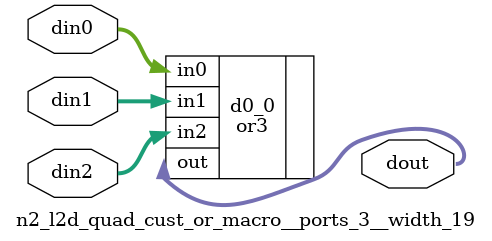
<source format=v>
module n2_l2d_quad_cust (
  waysel_c3_0, 
  wayerr_c3_0, 
  set_c3_0, 
  coloff_c3_0, 
  coloff_c4_l_0, 
  coloff_c5_0, 
  rd_wr_c3_0, 
  readen_c5_0, 
  worden_c3_0, 
  l2clk, 
  tcu_pce_ov_0, 
  pce_0, 
  se_0, 
  tcu_clk_stop_0, 
  wrdlo0_b_l, 
  wrdhi0_b_l, 
  wrdlo1_b_l, 
  wrdhi1_b_l, 
  ldoutlo0_b, 
  ldouthi0_b, 
  ldoutlo1_b, 
  ldouthi1_b, 
  fuse_l2d_data_in_00, 
  fuse_l2d_rid_00, 
  fuse_l2d_wren_00, 
  fuse_l2d_reset_00_l, 
  fdout_00, 
  fuse_l2d_data_in_01, 
  fuse_l2d_rid_01, 
  fuse_l2d_wren_01, 
  fuse_l2d_reset_01_l, 
  fdout_01, 
  fuse_l2d_data_in_10, 
  fuse_l2d_rid_10, 
  fuse_l2d_wren_10, 
  fuse_l2d_reset_10_l, 
  fdout_10, 
  fuse_l2d_data_in_11, 
  fuse_l2d_rid_11, 
  fuse_l2d_wren_11, 
  fuse_l2d_reset_11_l, 
  fdout_11, 
  waysel_c3_1, 
  wayerr_c3_1, 
  set_c3_1, 
  coloff_c3_1, 
  coloff_c4_l_1, 
  coloff_c5_1, 
  rd_wr_c3_1, 
  readen_c5_1, 
  worden_c3_1, 
  tcu_pce_ov_1, 
  pce_1, 
  se_1, 
  tcu_clk_stop_1, 
  wee_l_0, 
  wee_l_1, 
  tstmodclk_l_0, 
  tstmodclk_l_1, 
  vnw_ary);
wire [9:0] left_red_top_d_00;
wire [9:0] left_red_top_d_01;
wire [38:0] ldoutlo0_b_top;
wire [38:0] ldouthi0_b_top;
wire [38:0] ldoutlo1_b_top;
wire [38:0] ldouthi1_b_top;
wire [9:0] right_red_top_d_00;
wire [9:0] right_red_top_d_01;

		
input	[15:0]	 	waysel_c3_0;			//	way_sel
input			wayerr_c3_0;		// 	way_sel error
input	[8:0] 	 	set_c3_0;		  	//	set
input	 	 	coloff_c3_0;		  	//	col_offset
input	 	 	coloff_c4_l_0;		  	//	NEW(one stage+inv)
input	[1:0] 	 	coloff_c5_0;		  	//	NEW(two stage)
input	     	 	rd_wr_c3_0;		  	//	wr_en
input	     	 	readen_c5_0;		  	//	NEW(two stage)
input	[3:0] 	 	worden_c3_0;		  	//	word_en
input	      	 	l2clk;			  	//	l2clk
input	     	 	tcu_pce_ov_0;		  	//	tcu_pce_ov
input	     	 	pce_0;			  	//	NEW
input			se_0;
input	     	 	tcu_clk_stop_0;	  	//	NEW
input	[38:0]	 	wrdlo0_b_l;		     //      decc_in(c3-bphase)
input	[38:0]	 	wrdhi0_b_l;		     //      decc_in(c3-bphase)
input	[38:0]	 	wrdlo1_b_l;		     //      decc_in(c3-bphase)
input	[38:0]	 	wrdhi1_b_l;		     //      decc_in(c3-bphase)
output	[38:0]		ldoutlo0_b;		     //      decc_c52-b
output	[38:0]		ldouthi0_b;		     //      decc_c52-b
output	[38:0]		ldoutlo1_b;		     //      decc_c52-b
output	[38:0]		ldouthi1_b;		     //      decc_c52-b

input   [9:0]   fuse_l2d_data_in_00;
input   [4:0]   fuse_l2d_rid_00;
input           fuse_l2d_wren_00;
input           fuse_l2d_reset_00_l;
output  [9:0]   fdout_00;
input   [9:0]   fuse_l2d_data_in_01;
input   [4:0]   fuse_l2d_rid_01;
input           fuse_l2d_wren_01;
input           fuse_l2d_reset_01_l;
output  [9:0]   fdout_01;
input   [9:0]   fuse_l2d_data_in_10;
input   [4:0]   fuse_l2d_rid_10;
input           fuse_l2d_wren_10;
input           fuse_l2d_reset_10_l;
output  [9:0]   fdout_10;
input   [9:0]   fuse_l2d_data_in_11;
input   [4:0]   fuse_l2d_rid_11;
input           fuse_l2d_wren_11;
input           fuse_l2d_reset_11_l;
output  [9:0]   fdout_11;

input	[15:0]		 waysel_c3_1;		//	way_sel
input			 wayerr_c3_1;		// 	way_sel error
input	[8:0]		 set_c3_1;		//	set
input		 	coloff_c3_1;		//	col_offset
input		 	coloff_c4_l_1;		//	NEW(one stage+inv)
input	[1:0]		 coloff_c5_1;		//	NEW(two stage)
input			 rd_wr_c3_1;		//	wr_en
input			 readen_c5_1;		//	NEW(two stage)
input	[3:0]		 worden_c3_1;		//	word_en
input			 tcu_pce_ov_1;		//	tcu_pce_ov
input	       	 	 pce_1;			//	NEW
input			 se_1;
input			 tcu_clk_stop_1;	//	NEW
input                    wee_l_0;               //	NEW
input                    wee_l_1;               //	NEW
input			 tstmodclk_l_0;
input			 tstmodclk_l_1;
input                    vnw_ary;               //      NEW


n2_l2d_32kb_cust	way07_00	
	(
	.waysel_c3           	(waysel_c3_0[7:0]),
	.waysel_err_c3         (wayerr_c3_0),
	.set_c3              	(set_c3_0[8:0]),
	.coloff_c3           	(coloff_c3_0),
	.coloff_c4_l         	(coloff_c4_l_0),
	.coloff_c5           	(coloff_c5_0[1:0]),
	.rd_wr_c3            	(rd_wr_c3_0),
	.readen_c5           	(readen_c5_0),
	.l2clk               	(l2clk),
	.fuse_l2d_data_in_00    (fuse_l2d_data_in_00[9:0]),
	.fuse_l2d_rid_00        (fuse_l2d_rid_00[2:0]),
	.fuse_l2d_wren_00       (fuse_l2d_wren_00),
	.fuse_l2d_reset_00_l     (fuse_l2d_reset_00_l),
	.sel_quad_00            (fuse_l2d_rid_00[4]),
	.fuse_l2d_data_in_01    (fuse_l2d_data_in_01[9:0]),
	.fuse_l2d_rid_01        (fuse_l2d_rid_01[2:0]),
	.fuse_l2d_wren_01       (fuse_l2d_wren_01),
	.fuse_l2d_reset_01_l     (fuse_l2d_reset_01_l),
	.sel_quad_01            (fuse_l2d_rid_01[4]),
	.red_d_out_00		(left_red_top_d_00[9:0]),
	.red_d_out_01		(left_red_top_d_01[9:0]),
	.red_top_d_00		(10'b0),
	.red_top_d_01		(10'b0),
	.tcu_pce_ov          	(tcu_pce_ov_0),
	.tcu_pce                (pce_0),
	.se                     (se_0),
	.tcu_clk_stop        	(tcu_clk_stop_0),
	.wrd0lo_b_l          	(wrdlo0_b_l[19:0]),
	.wrd0hi_b_l          	(wrdhi0_b_l[19:0]),
	.wrd1lo_b_l          	(wrdlo1_b_l[18:0]),
	.wrd1hi_b_l          	(wrdhi1_b_l[18:0]),
	.ldin0lo_b           	(20'b0),
	.ldin0hi_b           	(20'b0),
	.ldin1lo_b           	(19'b0),
	.ldin1hi_b           	(19'b0),
	.worden_c3           	(worden_c3_0[3:0]),
        .tstmodclk_l            (tstmodclk_l_0),
	.wee_l                  (wee_l_0),
	.ldout0lo_b00		(ldoutlo0_b_top[19:0]),
	.ldout0hi_b00		(ldouthi0_b_top[19:0]),
	.ldout1lo_b00		(ldoutlo1_b_top[18:0]),
	.ldout1hi_b00		(ldouthi1_b_top[18:0]),
        .vnw_ary                (vnw_ary)
	);

n2_l2d_32kb_cust        way158_00
        (
        .waysel_c3              (waysel_c3_0[15:8]),
	.waysel_err_c3         (wayerr_c3_0),
        .set_c3                 (set_c3_0[8:0]),
        .coloff_c3              (coloff_c3_0),
        .coloff_c4_l            (coloff_c4_l_0),
        .coloff_c5              (coloff_c5_0[1:0]),
        .rd_wr_c3               (rd_wr_c3_0),
        .readen_c5              (readen_c5_0),
        .l2clk                  (l2clk),
	.fuse_l2d_data_in_00    (fuse_l2d_data_in_00[9:0]),
	.fuse_l2d_rid_00        (fuse_l2d_rid_00[2:0]),
	.fuse_l2d_wren_00       (fuse_l2d_wren_00),
	.fuse_l2d_reset_00_l     (fuse_l2d_reset_00_l),
	.sel_quad_00            (fuse_l2d_rid_00[3]),
	.fuse_l2d_data_in_01    (fuse_l2d_data_in_01[9:0]),
	.fuse_l2d_rid_01        (fuse_l2d_rid_01[2:0]),
	.fuse_l2d_wren_01       (fuse_l2d_wren_01),
	.fuse_l2d_reset_01_l     (fuse_l2d_reset_01_l),
	.sel_quad_01            (fuse_l2d_rid_01[3]),
	.red_d_out_00		(fdout_00[9:0]),
	.red_d_out_01		(fdout_01[9:0]),
	.red_top_d_00		(left_red_top_d_00[9:0]),
	.red_top_d_01		(left_red_top_d_01[9:0]),
        .tcu_pce_ov             (tcu_pce_ov_0),
        .tcu_pce                (pce_0),
        .se                     (se_0),
        .tcu_clk_stop           (tcu_clk_stop_0),
        .worden_c3              (worden_c3_0[3:0]),
        .tstmodclk_l            (tstmodclk_l_0),
	.wee_l                  (wee_l_0),	
        .wrd0lo_b_l             (wrdlo0_b_l[19:0]),
        .wrd0hi_b_l             (wrdhi0_b_l[19:0]),
        .wrd1lo_b_l             (wrdlo1_b_l[18:0]),
        .wrd1hi_b_l             (wrdhi1_b_l[18:0]),
        .ldin0lo_b              (ldoutlo0_b_top[19:0]),
        .ldin0hi_b              (ldouthi0_b_top[19:0]),
        .ldin1lo_b              (ldoutlo1_b_top[18:0]),
        .ldin1hi_b              (ldouthi1_b_top[18:0]),
        .ldout0lo_b00		(ldoutlo0_b[19:0]),
        .ldout0hi_b00		(ldouthi0_b[19:0]),
        .ldout1lo_b00		(ldoutlo1_b[18:0]),
        .ldout1hi_b00		(ldouthi1_b[18:0]),
        .vnw_ary                (vnw_ary)
        );


n2_l2d_32kb_cust	way70_01	
	(
	.waysel_c3           	(waysel_c3_1[7:0]),
	.waysel_err_c3         (wayerr_c3_1),
	.set_c3              	(set_c3_1[8:0]),
	.coloff_c3           	(coloff_c3_1),
	.coloff_c4_l         	(coloff_c4_l_1),
	.coloff_c5           	({coloff_c5_1[0],coloff_c5_1[1]}),
	.rd_wr_c3            	(rd_wr_c3_1),
	.readen_c5           	(readen_c5_1),
	.l2clk               	(l2clk),
	.fuse_l2d_data_in_00    (fuse_l2d_data_in_10[9:0]),
	.fuse_l2d_rid_00        (fuse_l2d_rid_10[2:0]),
	.fuse_l2d_wren_00       (fuse_l2d_wren_10),
	.fuse_l2d_reset_00_l     (fuse_l2d_reset_10_l),
	.sel_quad_00            (fuse_l2d_rid_10[4]),
	.fuse_l2d_data_in_01    (fuse_l2d_data_in_11[9:0]),
	.fuse_l2d_rid_01        (fuse_l2d_rid_11[2:0]),
	.fuse_l2d_wren_01       (fuse_l2d_wren_11),
	.fuse_l2d_reset_01_l     (fuse_l2d_reset_11_l),
	.sel_quad_01            (fuse_l2d_rid_11[4]),
	.red_d_out_00		(right_red_top_d_00[9:0]),
	.red_d_out_01		(right_red_top_d_01[9:0]),
	.red_top_d_00		(10'b0),
	.red_top_d_01		(10'b0),
	.tcu_pce_ov          	(tcu_pce_ov_1),
	.tcu_pce                (pce_1),
        .se                     (se_1),
	.tcu_clk_stop        	(tcu_clk_stop_1),
	.wrd0lo_b_l          	(wrdlo1_b_l[38:19]),
	.wrd0hi_b_l          	(wrdhi1_b_l[38:19]),
	.wrd1lo_b_l          	(wrdlo0_b_l[38:20]),
	.wrd1hi_b_l          	(wrdhi0_b_l[38:20]),
	.ldin0lo_b           	(20'b0),
	.ldin0hi_b           	(20'b0),
	.ldin1lo_b           	(19'b0),
	.ldin1hi_b           	(19'b0),
	.worden_c3           	(worden_c3_1[3:0]),
        .tstmodclk_l            (tstmodclk_l_1),
	.wee_l                  (wee_l_1),
	.ldout0lo_b00		(ldoutlo1_b_top[38:19]),
	.ldout0hi_b00		(ldouthi1_b_top[38:19]),
	.ldout1lo_b00		(ldoutlo0_b_top[38:20]),
	.ldout1hi_b00		(ldouthi0_b_top[38:20]),
        .vnw_ary                (vnw_ary)
	);

n2_l2d_32kb_cust        way158_01
        (
        .waysel_c3              (waysel_c3_1[15:8]),
	.waysel_err_c3         (wayerr_c3_1),
        .set_c3                 (set_c3_1[8:0]),
        .coloff_c3              (coloff_c3_1),
        .coloff_c4_l            (coloff_c4_l_1),
        .coloff_c5              ({coloff_c5_1[0],coloff_c5_1[1]}),
        .rd_wr_c3               (rd_wr_c3_1),
        .readen_c5              (readen_c5_1),
        .l2clk                  (l2clk),
	.fuse_l2d_data_in_00    (fuse_l2d_data_in_10[9:0]),
	.fuse_l2d_rid_00        (fuse_l2d_rid_10[2:0]),
	.fuse_l2d_wren_00       (fuse_l2d_wren_10),
	.fuse_l2d_reset_00_l     (fuse_l2d_reset_10_l),
	.sel_quad_00            (fuse_l2d_rid_10[3]),
	.fuse_l2d_data_in_01    (fuse_l2d_data_in_11[9:0]),
	.fuse_l2d_rid_01        (fuse_l2d_rid_11[2:0]),
	.fuse_l2d_wren_01       (fuse_l2d_wren_11),
	.fuse_l2d_reset_01_l     (fuse_l2d_reset_11_l),
	.sel_quad_01            (fuse_l2d_rid_11[3]),
	.red_d_out_00		(fdout_10[9:0]),
	.red_d_out_01		(fdout_11[9:0]),
	.red_top_d_00		(right_red_top_d_00[9:0]),
	.red_top_d_01		(right_red_top_d_01[9:0]),
        .tcu_pce_ov             (tcu_pce_ov_1),
	.tcu_pce                (pce_1),
        .se                     (se_1),
        .tcu_clk_stop           (tcu_clk_stop_1),
        .wrd0lo_b_l             (wrdlo1_b_l[38:19]),
        .wrd0hi_b_l             (wrdhi1_b_l[38:19]),
        .wrd1lo_b_l             (wrdlo0_b_l[38:20]),
        .wrd1hi_b_l             (wrdhi0_b_l[38:20]),
        .ldin0lo_b              (ldoutlo1_b_top[38:19]),
        .ldin0hi_b              (ldouthi1_b_top[38:19]),
        .ldin1lo_b              (ldoutlo0_b_top[38:20]),
        .ldin1hi_b              (ldouthi0_b_top[38:20]),
        .worden_c3              (worden_c3_1[3:0]),
        .tstmodclk_l            (tstmodclk_l_1),
	.wee_l                  (wee_l_1),
        .ldout0lo_b00		(ldoutlo1_b[38:19]),
        .ldout0hi_b00		(ldouthi1_b[38:19]),
        .ldout1lo_b00		(ldoutlo0_b[38:20]),
        .ldout1hi_b00		(ldouthi0_b[38:20]),
        .vnw_ary                (vnw_ary)
        );


endmodule


module n2_l2d_32kb_cust (
  waysel_c3, 
  waysel_err_c3, 
  set_c3, 
  coloff_c3, 
  coloff_c4_l, 
  coloff_c5, 
  rd_wr_c3, 
  readen_c5, 
  l2clk, 
  fuse_l2d_data_in_00, 
  fuse_l2d_rid_00, 
  fuse_l2d_wren_00, 
  fuse_l2d_reset_00_l, 
  sel_quad_00, 
  red_d_out_00, 
  fuse_l2d_data_in_01, 
  fuse_l2d_rid_01, 
  fuse_l2d_wren_01, 
  fuse_l2d_reset_01_l, 
  sel_quad_01, 
  red_d_out_01, 
  red_top_d_00, 
  red_top_d_01, 
  tcu_pce_ov, 
  tcu_pce, 
  se, 
  tcu_clk_stop, 
  wrd0lo_b_l, 
  wrd0hi_b_l, 
  wrd1lo_b_l, 
  wrd1hi_b_l, 
  ldin0lo_b, 
  ldin0hi_b, 
  ldin1lo_b, 
  ldin1hi_b, 
  worden_c3, 
  tstmodclk_l, 
  wee_l, 
  vnw_ary, 
  ldout0lo_b00, 
  ldout0hi_b00, 
  ldout1lo_b00, 
  ldout1hi_b00);
wire [7:0] waysel_top_c4;
wire [8:0] set_top_c3b;
wire coloff_top_c3b_l;
wire writeen_top_c3b;
wire [3:0] worden_top_c3b;
wire l1clk;
wire [9:0] red_addr_top_01;
wire [77:0] cred;
wire [19:0] sat_lo0_bc_l;
wire [19:0] sat_hi0_bc_l;
wire [18:0] sat_lo1_bc_l;
wire [18:0] sat_hi1_bc_l;
wire [7:0] waysel_bot_c4;
wire [8:0] set_bot_c3b;
wire coloff_bot_c3b_l;
wire writeen_bot_c3b;
wire [3:0] worden_bot_c3b;
wire [9:0] red_addr_bot_00;
wire [19:0] sab_lo0_bc_l;
wire [19:0] sab_hi0_bc_l;
wire [18:0] sab_lo1_bc_l;
wire [18:0] sab_hi1_bc_l;


	
input	[7:0]	waysel_c3;
input	     	waysel_err_c3;
input	[8:0]	set_c3;
input		coloff_c3;
input		coloff_c4_l;	// check if 1 bit
input	[1:0]	coloff_c5;	// check if 1 bit
input		rd_wr_c3;
input		readen_c5;
input		l2clk;


input	[9:0]	fuse_l2d_data_in_00;
input	[2:0]	fuse_l2d_rid_00;
input		fuse_l2d_wren_00;
input		fuse_l2d_reset_00_l;
input		sel_quad_00;
output	[9:0]	red_d_out_00;

input	[9:0]	fuse_l2d_data_in_01;
input	[2:0]	fuse_l2d_rid_01;
input		fuse_l2d_wren_01;
input		fuse_l2d_reset_01_l;
input		sel_quad_01;
output	[9:0]	red_d_out_01;

input	[9:0]	red_top_d_00;
input	[9:0]	red_top_d_01;

input		tcu_pce_ov;
input		tcu_pce;
input		se;
input		tcu_clk_stop;
input	[19:0]	wrd0lo_b_l;
input	[19:0]	wrd0hi_b_l;
input	[18:0]	wrd1lo_b_l;
input	[18:0]	wrd1hi_b_l;
input	[19:0]	ldin0lo_b;
input	[19:0]	ldin0hi_b;
input	[18:0]	ldin1lo_b;
input	[18:0]	ldin1hi_b;
input	[3:0]	worden_c3;
input           tstmodclk_l;
input           wee_l;
input           vnw_ary;        //NEW

output	[19:0]	ldout0lo_b00;
output	[19:0]	ldout0hi_b00;
output	[18:0]	ldout1lo_b00;
output	[18:0]	ldout1hi_b00;


n2_l2d_16kb_cust	set_top
	(
	.waysel_c4		(waysel_top_c4[7:0]),
	.waysel_err_c3		(waysel_err_c3),
	.set_c3b		(set_top_c3b[8:0]),
	.coloff_c3b_l		(coloff_top_c3b_l),
	.coloff_c4_l		(coloff_c4_l),
	.coloff_c5		(coloff_c5[1:0]),
	.wen_c3b		(writeen_top_c3b),
	.readen_c5		(readen_c5),
	.worden_c3b		(worden_top_c3b[3:0]),
	.l1clk			(l1clk),
	.wrd_lo0_b_l		(wrd0lo_b_l[19:0]),
	.wrd_hi0_b_l		(wrd0hi_b_l[19:0]),
	.wrd_lo1_b_l		(wrd1lo_b_l[18:0]),
	.wrd_hi1_b_l		(wrd1hi_b_l[18:0]),
//	.bnken_lat		(bnken_lat),
	.red_adr		(red_addr_top_01[9:0]),
	.cred			(cred[77:0]),
//        .fuse_l2d_reset  	(fuse_l2d_reset_00_l_buf),
	.saout_lo0_bc_l		(sat_lo0_bc_l[19:0]),
	.saout_hi0_bc_l		(sat_hi0_bc_l[19:0]),
	.saout_lo1_bc_l		(sat_lo1_bc_l[18:0]),
	.saout_hi1_bc_l		(sat_hi1_bc_l[18:0]),
	.tstmodclk_l		(tstmodclk_l),		//NEW
	.wee_l			(wee_l),		//NEW
	.vnw_ary                (vnw_ary)               //NEW
	);

n2_l2d_16kb_cust     set_bot
        (
        .waysel_c4        	(waysel_bot_c4[7:0]),
	.waysel_err_c3		(waysel_err_c3),
        .set_c3b           	(set_bot_c3b[8:0]),
        .coloff_c3b_l      	(coloff_bot_c3b_l),
        .coloff_c4_l       	(coloff_c4_l),
        .coloff_c5         	(coloff_c5[1:0]),
        .wen_c3b               	(writeen_bot_c3b),
        .readen_c5             	(readen_c5),
        .worden_c3b        	(worden_bot_c3b[3:0]),
        .l1clk                 	(l1clk),
	.wrd_lo0_b_l		(wrd0lo_b_l[19:0]),
	.wrd_hi0_b_l		(wrd0hi_b_l[19:0]),
	.wrd_lo1_b_l		(wrd1lo_b_l[18:0]),
	.wrd_hi1_b_l		(wrd1hi_b_l[18:0]),
	.red_adr		(red_addr_bot_00[9:0]),
//        .bnken_lat             	(),
	.cred			(cred[77:0]),
//        .fuse_l2d_reset  	(fuse_l2d_reset_01_l_buf),
        .saout_lo0_bc_l   	(sab_lo0_bc_l[19:0]),
        .saout_hi0_bc_l   	(sab_hi0_bc_l[19:0]),
        .saout_lo1_bc_l   	(sab_lo1_bc_l[18:0]),
        .saout_hi1_bc_l   	(sab_hi1_bc_l[18:0]),
	.tstmodclk_l		(tstmodclk_l),		//NEW
	.wee_l			(wee_l),		//NEW
        .vnw_ary                (vnw_ary)               //NEW
        );


n2_l2d_dmux78_cust	data_mux
	(
	.waysel_c3		(waysel_c3[7:0]),		// should be 15:0
	.set_c3			(set_c3[8:0]),
	.coloff_c3		(coloff_c3),
//	.coloff_c4_l		(coloff_c4_l),
//	.coloff_c5		(coloff_c5[1:0]),
	.rd_wr_c3        	(rd_wr_c3),
//	.readen_c5       	(readen_c5),
	.worden_c3       	(worden_c3[3:0]),
	.l2clk           	(l2clk),
	.tcu_pce_ov      	(tcu_pce_ov),
	.tcu_pce             	(tcu_pce),
	.se             	(se),
	.tcu_clk_stop    	(tcu_clk_stop),
	.waysel_top_c4		(waysel_top_c4[7:0]),
	.waysel_bot_c4		(waysel_bot_c4[7:0]),
	.set_top_c3b		(set_top_c3b[8:0]),
	.set_bot_c3b		(set_bot_c3b[8:0]),
//	.coloff_top_c3b_l	(coloff_top_c3b_l),
//	.coloff_bot_c3b_l	(coloff_bot_c3b_l),
//	.coloff_top_c4_l 	(coloff_top_c4_l),
//	.coloff_bot_c4_l 	(coloff_bot_c4_l),
//	.coloff_top_c5   	(coloff_top_c5),
//	.coloff_bot_c5   	(coloff_bot_c5),
	.writeen_top_c3b 	(writeen_top_c3b),
	.writeen_bot_c3b 	(writeen_bot_c3b),
//	.readen_top_c5   	(readen_top_c5),
//	.readen_bot_c5   	(readen_bot_c5),
	.l1clk           	(l1clk),
	.worden_top_c3b		(worden_top_c3b[3:0]),
	.worden_bot_c3b		(worden_bot_c3b[3:0]),
	.sat_lo0_bc_l		(sat_lo0_bc_l[19:0]),
	.sat_hi0_bc_l		(sat_hi0_bc_l[19:0]),
	.sat_lo1_bc_l		(sat_lo1_bc_l[18:0]),
	.sat_hi1_bc_l		(sat_hi1_bc_l[18:0]),
	.sab_lo0_bc_l		(sab_lo0_bc_l[19:0]),
	.sab_hi0_bc_l		(sab_hi0_bc_l[19:0]),
	.sab_lo1_bc_l		(sab_lo1_bc_l[18:0]),
	.sab_hi1_bc_l		(sab_hi1_bc_l[18:0]),
	.ldin0lo_b		(ldin0lo_b[19:0]),
	.ldin0hi_b		(ldin0hi_b[19:0]),
	.ldin1lo_b		(ldin1lo_b[18:0]),
	.ldin1hi_b		(ldin1hi_b[18:0]),
//	.bnken_lat       	(bnken_lat),
	.ldout0lo_b		(ldout0lo_b00[19:0]),
	.ldout1lo_b		(ldout1lo_b00[18:0]),
	.ldout0hi_b		(ldout0hi_b00[19:0]),
	.ldout1hi_b		(ldout1hi_b00[18:0]),
	.red_d_out_00		(red_d_out_00[9:0]),
	.red_d_in_00    	(fuse_l2d_data_in_00[9:0]),
	.fuse_l2d_rid_00        (fuse_l2d_rid_00[2:0]),
	.fuse_l2d_wren_00       (fuse_l2d_wren_00),
	.fuse_l2d_reset_00_l    (fuse_l2d_reset_00_l),
	.sel_quad_00            (sel_quad_00),
	.red_d_out_01		(red_d_out_01[9:0]),
	.red_top_d_00		(red_top_d_00[9:0]),
	.red_top_d_01		(red_top_d_01[9:0]),
	.red_d_in_01    	(fuse_l2d_data_in_01[9:0]),
	.fuse_l2d_rid_01        (fuse_l2d_rid_01[2:0]),
	.fuse_l2d_wren_01       (fuse_l2d_wren_01),
	.fuse_l2d_reset_01_l    (fuse_l2d_reset_01_l),
	.sel_quad_01            (sel_quad_01),
	.cred			(cred[77:0]),
//        .fuse_l2d_reset_00_l_buf  (fuse_l2d_reset_00_l_buf),
//        .fuse_l2d_reset_01_l_buf  (fuse_l2d_reset_01_l_buf),
	.red_addr_top		(red_addr_top_01),
	.red_addr_bot		(red_addr_bot_00),
  .coloff_c4_l(coloff_c4_l),
  .coloff_top_c3b_l(coloff_top_c3b_l),
  .coloff_bot_c3b_l(coloff_bot_c3b_l)
	);

endmodule




module n2_l2d_16kb_cust (
  waysel_c4, 
  waysel_err_c3, 
  set_c3b, 
  coloff_c3b_l, 
  coloff_c4_l, 
  coloff_c5, 
  wen_c3b, 
  readen_c5, 
  worden_c3b, 
  l1clk, 
  wrd_lo0_b_l, 
  wrd_lo1_b_l, 
  wrd_hi0_b_l, 
  wrd_hi1_b_l, 
  red_adr, 
  cred, 
  tstmodclk_l, 
  wee_l, 
  vnw_ary, 
  saout_lo0_bc_l, 
  saout_lo1_bc_l, 
  saout_hi0_bc_l, 
  saout_hi1_bc_l);
wire coloff_c3b_l_unused;
wire bank_select;
wire coloff_c4;
wire [7:0] set_c4;
wire [1:0] spare_word_enable;
wire select_red_odd;
wire select_red_even;

	
		
input [7:0] 	waysel_c4;		
input		waysel_err_c3;		// 	Active when multiple way sel is on
input [8:0]   	set_c3b;		//	After b-latch
input    	coloff_c3b_l;		//	After b-latch+inv
input    	coloff_c4_l;		//	stage+inv
input [1:0]   	coloff_c5;		//	2-stage
input         	wen_c3b;	 	//	Write-enable, after b-latch
input         	readen_c5;	 	//	
input [3:0]   	worden_c3b;		//	After b-latch
input         	l1clk;	 		//	After l1clk hdr
input [19:0]  	wrd_lo0_b_l;		//	
input [18:0]  	wrd_lo1_b_l;		//	
input [19:0]  	wrd_hi0_b_l;		//	
input [18:0]  	wrd_hi1_b_l;		//	
input [9:0]	red_adr;		// Redudancy address
input [77:0]	cred;			// Redudancy address
input		tstmodclk_l;		//NEW
input		wee_l;			//NEW
input           vnw_ary;                //NEW

//output		bnken_lat;	//	Address latch enable (1.5cycle)
output [19:0]  	saout_lo0_bc_l;		//	C5bc output from senseamp
output [18:0]  	saout_lo1_bc_l;		//	C5bc output from senseamp
output [19:0]  	saout_hi0_bc_l;		//	C5bc output from senseamp
output [18:0]  	saout_hi1_bc_l;		//	C5bc output from senseamp

//reg		rd_data_out_sel_c5b;
//reg select_read_data_c5b;
reg select_read_data_c5b_hi_rgt;
reg select_read_data_c5b_hi_lft;
reg select_read_data_c5b_lo_rgt;
reg select_read_data_c5b_lo_lft;
reg select_read_data_all_c5b;
reg select_read_red_all_c5b;

//reg select_read_red_c5b;
reg select_read_red_c5b_hi_rgt;
reg select_read_red_c5b_hi_lft;
reg select_read_red_c5b_lo_rgt;
reg select_read_red_c5b_lo_lft;

//reg    	bnken_lat;

reg [19:0]    saout_lo0_bc_l;         //      C5bc output from senseamp
reg [18:0]    saout_lo1_bc_l;         //      C5bc output from senseamp
reg [19:0]    saout_hi0_bc_l;         //      C5bc output from senseamp
reg [18:0]    saout_hi1_bc_l;         //      C5bc output from senseamp

reg [79:0]    read_data;
wire [79:0]    rd_data;
wire [79:0]    wr_data;
reg	rd_spare_0,rd_spare_1;
wire    wr_spare_0,wr_spare_1;

wire [19:0] saout_hi0_b_out_l, saout_lo0_b_out_l;
wire [18:0] saout_hi1_b_out_l, saout_lo1_b_out_l;
wire [19:0]     red_lo0_b_out_l;
wire [18:0]     red_lo1_b_out_l;
wire [19:0]     red_hi0_b_out_l;
wire [18:0]     red_hi1_b_out_l;

wire [1:0] coloff_c5_rgt;
wire [1:0] coloff_c5_lft;
wire	   red_sel_rgt;
wire	   red_sel_lft;




reg  [19:0] mem_lo0_way0 [255:0];
reg  [18:0] mem_lo1_way0 [255:0];
reg  [19:0] mem_hi0_way0 [255:0];
reg  [18:0] mem_hi1_way0 [255:0];
reg  [255:0] mem_way0_spare_0;
reg  [255:0] mem_way0_spare_1;

reg  [19:0] mem_lo0_way1 [255:0];
reg  [18:0] mem_lo1_way1 [255:0];
reg  [19:0] mem_hi0_way1 [255:0];
reg  [18:0] mem_hi1_way1 [255:0];
reg  [255:0] mem_way1_spare_0;
reg  [255:0] mem_way1_spare_1;

reg  [19:0] mem_lo0_way2 [255:0];
reg  [18:0] mem_lo1_way2 [255:0];
reg  [19:0] mem_hi0_way2 [255:0];
reg  [18:0] mem_hi1_way2 [255:0];
reg  [255:0] mem_way2_spare_0;
reg  [255:0] mem_way2_spare_1;


reg  [19:0] mem_lo0_way3 [255:0];
reg  [18:0] mem_lo1_way3 [255:0];
reg  [19:0] mem_hi0_way3 [255:0];
reg  [18:0] mem_hi1_way3 [255:0];
reg  [255:0] mem_way3_spare_0;
reg  [255:0] mem_way3_spare_1;


reg  [19:0] mem_lo0_way4 [255:0];
reg  [18:0] mem_lo1_way4 [255:0];
reg  [19:0] mem_hi0_way4 [255:0];
reg  [18:0] mem_hi1_way4 [255:0];
reg  [255:0] mem_way4_spare_0;
reg  [255:0] mem_way4_spare_1;


reg  [19:0] mem_lo0_way5 [255:0];
reg  [18:0] mem_lo1_way5 [255:0];
reg  [19:0] mem_hi0_way5 [255:0];
reg  [18:0] mem_hi1_way5 [255:0];
reg  [255:0] mem_way5_spare_0;
reg  [255:0] mem_way5_spare_1;


reg  [19:0] mem_lo0_way6 [255:0];
reg  [18:0] mem_lo1_way6 [255:0];
reg  [19:0] mem_hi0_way6 [255:0];
reg  [18:0] mem_hi1_way6 [255:0];
reg  [255:0] mem_way6_spare_0;
reg  [255:0] mem_way6_spare_1;


reg  [19:0] mem_lo0_way7 [255:0];
reg  [18:0] mem_lo1_way7 [255:0];
reg  [19:0] mem_hi0_way7 [255:0];
reg  [18:0] mem_hi1_way7 [255:0];
reg  [255:0] mem_way7_spare_0;
reg  [255:0] mem_way7_spare_1;

//reg    	bnken_lat_c52;
reg [19:0]    saout_lo0_bc;         //      C5bc output from senseamp
reg [18:0]    saout_lo1_bc;         //      C5bc output from senseamp
reg [19:0]    saout_hi0_bc;         //      C5bc output from senseamp
reg [18:0]    saout_hi1_bc;         //      C5bc output from senseamp


//reg [19:0]    saout_lo0_bc_d;         //      C5bc output from senseamp
//reg [18:0]    saout_lo1_bc_d;         //      C5bc output from senseamp
//reg [19:0]    saout_hi0_bc_d;         //      C5bc output from senseamp
//reg [18:0]    saout_hi1_bc_d;         //      C5bc output from senseamp

//reg	set_banken_lat, reset_banken_lat;

reg [19:0]       saout_lo0_bc_c5b_l;
reg [18:0]       saout_lo1_bc_c5b_l;
reg [19:0]       saout_hi0_bc_c5b_l;
reg [18:0]       saout_hi1_bc_c5b_l;

reg [19:0]       saout_lo0_bc_d_l;
reg [18:0]       saout_lo1_bc_d_l;
reg [19:0]       saout_hi0_bc_d_l;
reg [18:0]       saout_hi1_bc_d_l;


assign coloff_c3b_l_unused = coloff_c3b_l;


//always@(posedge l1clk)
//begin
//        if(~coloff_c3b_l)
//                set_banken_lat <= 1'b1;
//        else    set_banken_lat <= 1'b0;
//end
//
//always@(negedge l1clk)
//begin
//        if(coloff_c4_l)
//                reset_banken_lat  <= 1'b1;
//        else    reset_banken_lat  <= 1'b0;
//end
//
//always@(set_banken_lat or reset_banken_lat)
//begin
//        if(set_banken_lat )
//                bnken_lat       <=      1'b1;
//        else if(reset_banken_lat )
//                bnken_lat       <=      1'b0;
//end


reg	[7:0] waysel_c5;
reg	[8:0]	index_c4;
reg	[8:0]	set_c5;
reg	wen_c4; 
reg	[3:0]	worden_c4;



reg	bank_select_c5;
reg     waysel_err_c3b, waysel_err_c4,waysel_err_c5;

always@(l1clk or coloff_c4_l)
begin
        if(~l1clk & coloff_c4_l)
	waysel_err_c3b	<=	waysel_err_c3;
end





always@(posedge l1clk)
begin
	waysel_err_c4	<=	waysel_err_c3b;
	waysel_err_c5	<=	waysel_err_c4;
	waysel_c5[7:0]	<=	waysel_c4[7:0];
	index_c4[8:0]	<=	set_c3b[8:0];
	set_c5[8:0]	<=	index_c4[8:0];
	worden_c4[3:0]	<=	worden_c3b[3:0];
	wen_c4		<=	wen_c3b;
	bank_select_c5  <= 	bank_select;
end


assign coloff_c4 = ~coloff_c4_l;
assign bank_select = index_c4[8];

//reg	[19:0]	saout_lo0_bc_c5b;
//reg	[18:0]	saout_lo1_bc_c5b;
//reg	[19:0]	saout_hi0_bc_c5b;
//reg	[18:0]	saout_hi1_bc_c5b;






assign set_c4[7:0] = index_c4[7:0];
wire	[19:0] wrd_lo0_a;
wire	[19:0] wrd_hi0_a;
wire	[18:0] wrd_lo1_a;
wire	[18:0] wrd_hi1_a;

reg	[19:0] wrd_lo0_a_reg;
reg	[19:0] wrd_hi0_a_reg;
reg	[18:0] wrd_lo1_a_reg;
reg	[18:0] wrd_hi1_a_reg;


always@(posedge l1clk)
begin
wrd_lo0_a_reg[19:0] <= ~wrd_lo0_b_l[19:0];
wrd_hi0_a_reg[19:0] <= ~wrd_hi0_b_l[19:0];
wrd_lo1_a_reg[18:0] <= ~wrd_lo1_b_l[18:0];
wrd_hi1_a_reg[18:0] <= ~wrd_hi1_b_l[18:0];
end



// COL redudancy

//reg [255:0] red_reg1;
//reg [255:0] red_reg2;

wire [79:0] cred_mod;


assign cred_mod[79:0] = {cred[77:59],1'b0,cred[58:19],1'b0,cred[18:0]};


//assign spare_word_enable[1] = cred_mod[19] ? worden_c4[3] : worden_c4[2]; 
//assign spare_word_enable[0] = cred_mod[59] ? worden_c4[3] : worden_c4[2];


assign wr_data[19:0] = 
{wr_spare_0,	  wrd_lo1_a_reg[4], wrd_hi0_a_reg[4],wrd_lo0_a_reg[4],
wrd_hi1_a_reg[3], wrd_lo1_a_reg[3], wrd_hi0_a_reg[3],wrd_lo0_a_reg[3],
wrd_hi1_a_reg[2], wrd_lo1_a_reg[2], wrd_hi0_a_reg[2],wrd_lo0_a_reg[2],
wrd_hi1_a_reg[1], wrd_lo1_a_reg[1], wrd_hi0_a_reg[1],wrd_lo0_a_reg[1],
wrd_hi1_a_reg[0], wrd_lo1_a_reg[0], wrd_hi0_a_reg[0],wrd_lo0_a_reg[0]};

assign wr_data[39:20] = {
		  wrd_lo1_a_reg[9], wrd_hi0_a_reg[9],wrd_lo0_a_reg[9],
wrd_hi1_a_reg[8], wrd_lo1_a_reg[8], wrd_hi0_a_reg[8],wrd_lo0_a_reg[8],
wrd_hi1_a_reg[7], wrd_lo1_a_reg[7], wrd_hi0_a_reg[7],wrd_lo0_a_reg[7],
wrd_hi1_a_reg[6], wrd_lo1_a_reg[6], wrd_hi0_a_reg[6],wrd_lo0_a_reg[6],
wrd_hi1_a_reg[5], wrd_lo1_a_reg[5], wrd_hi0_a_reg[5],wrd_lo0_a_reg[5], wrd_hi1_a_reg[4]};


assign wr_data[59:40] = {
wrd_lo1_a_reg[14], wrd_hi0_a_reg[14],wrd_lo0_a_reg[14],
wrd_hi1_a_reg[13], wrd_lo1_a_reg[13], wrd_hi0_a_reg[13],wrd_lo0_a_reg[13],
wrd_hi1_a_reg[12], wrd_lo1_a_reg[12], wrd_hi0_a_reg[12],wrd_lo0_a_reg[12],
wrd_hi1_a_reg[11], wrd_lo1_a_reg[11], wrd_hi0_a_reg[11],wrd_lo0_a_reg[11],
wrd_hi1_a_reg[10], wrd_lo1_a_reg[10], wrd_hi0_a_reg[10],wrd_lo0_a_reg[10], wrd_hi1_a_reg[9]};

assign wr_data[79:60] = {
wrd_hi0_a_reg[19], wrd_lo0_a_reg[19],
wrd_hi1_a_reg[18], wrd_lo1_a_reg[18], wrd_hi0_a_reg[18],wrd_lo0_a_reg[18],
wrd_hi1_a_reg[17], wrd_lo1_a_reg[17], wrd_hi0_a_reg[17],wrd_lo0_a_reg[17],
wrd_hi1_a_reg[16], wrd_lo1_a_reg[16], wrd_hi0_a_reg[16],wrd_lo0_a_reg[16],
wrd_hi1_a_reg[15], wrd_lo1_a_reg[15], wrd_hi0_a_reg[15],wrd_lo0_a_reg[15], wrd_hi1_a_reg[14],wr_spare_1};


integer i; 
reg	[80:0] data;

always@(cred_mod or wr_data)
begin
if (~cred_mod[0]) begin
 data[0] = wr_data[0];
end

for(i=0; i<18; i=i+1)
begin
  data[i+1] = cred_mod[i] ? wr_data[i] : wr_data[i+1];
end

data[19] = cred_mod[18] ? wr_data[18] : cred_mod[20] ? wr_data[20] : 1'b0;

for(i=21;i<40;i=i+1)
begin 
 data[i-1] = cred_mod[i] ? wr_data[i] : wr_data[i-1];
end


if (~cred_mod[39]) begin
 data[39] = wr_data[39];
end

if (~cred_mod[40]) begin
 data[40] = wr_data[40];
end

for(i=40;i<59;i=i+1)
begin
  data[i+1] = cred_mod[i] ? wr_data[i] : wr_data[i+1];
end

data[60] = cred_mod[59] ? wr_data[59] : cred_mod[61] ? wr_data[61] : 1'b0;

for(i=62;i<80;i=i+1)
begin
  data[i-1] = cred_mod[i] ? wr_data[i] : wr_data[i-1];
end

if (~cred_mod[79]) begin
 data[79] = wr_data[79];
end 
 
end

 
assign { wrd_hi0_a[19], wrd_lo0_a[19],
wrd_hi1_a[18], wrd_lo1_a[18], wrd_hi0_a[18],wrd_lo0_a[18],
wrd_hi1_a[17], wrd_lo1_a[17], wrd_hi0_a[17],wrd_lo0_a[17],
wrd_hi1_a[16], wrd_lo1_a[16], wrd_hi0_a[16],wrd_lo0_a[16],
wrd_hi1_a[15], wrd_lo1_a[15], wrd_hi0_a[15],wrd_lo0_a[15], 
wrd_hi1_a[14],wr_spare_1} = data[79:60];

assign {
wrd_lo1_a[14], wrd_hi0_a[14],wrd_lo0_a[14],
wrd_hi1_a[13], wrd_lo1_a[13], wrd_hi0_a[13],wrd_lo0_a[13],
wrd_hi1_a[12], wrd_lo1_a[12], wrd_hi0_a[12],wrd_lo0_a[12],
wrd_hi1_a[11], wrd_lo1_a[11], wrd_hi0_a[11],wrd_lo0_a[11],
wrd_hi1_a[10], wrd_lo1_a[10], wrd_hi0_a[10],wrd_lo0_a[10],wrd_hi1_a[9]} = data[59:40];

assign {
wrd_lo1_a[9], wrd_hi0_a[9],wrd_lo0_a[9],
wrd_hi1_a[8], wrd_lo1_a[8], wrd_hi0_a[8],wrd_lo0_a[8],
wrd_hi1_a[7], wrd_lo1_a[7], wrd_hi0_a[7],wrd_lo0_a[7],
wrd_hi1_a[6], wrd_lo1_a[6], wrd_hi0_a[6],wrd_lo0_a[6],
wrd_hi1_a[5], wrd_lo1_a[5], wrd_hi0_a[5],wrd_lo0_a[5], wrd_hi1_a[4]} = data[39:20];

assign {
wr_spare_0,   wrd_lo1_a[4], wrd_hi0_a[4],wrd_lo0_a[4],
wrd_hi1_a[3], wrd_lo1_a[3], wrd_hi0_a[3],wrd_lo0_a[3],
wrd_hi1_a[2], wrd_lo1_a[2], wrd_hi0_a[2],wrd_lo0_a[2],
wrd_hi1_a[1], wrd_lo1_a[1], wrd_hi0_a[1],wrd_lo0_a[1],
wrd_hi1_a[0], wrd_lo1_a[0], wrd_hi0_a[0],wrd_lo0_a[0]} = data[19:0];



wire [79:0] worden_data;
wire [19:0] worden_lo0;
wire [19:0] worden_hi0;
wire [18:0] worden_lo1;
wire [18:0] worden_hi1;


assign worden_data[19:0] = 
{spare_word_enable[0],  worden_c4[2], worden_c4[1],worden_c4[0],
worden_c4[3], worden_c4[2], worden_c4[1],worden_c4[0],
worden_c4[3], worden_c4[2], worden_c4[1],worden_c4[0],
worden_c4[3], worden_c4[2], worden_c4[1],worden_c4[0],
worden_c4[3], worden_c4[2], worden_c4[1],worden_c4[0]};

assign worden_data[39:20] = {
	      worden_c4[2], worden_c4[1],worden_c4[0],
worden_c4[3], worden_c4[2], worden_c4[1],worden_c4[0],
worden_c4[3], worden_c4[2], worden_c4[1],worden_c4[0],
worden_c4[3], worden_c4[2], worden_c4[1],worden_c4[0],
worden_c4[3], worden_c4[2], worden_c4[1],worden_c4[0], worden_c4[3]};


assign worden_data[59:40] = {
              worden_c4[2], worden_c4[1],worden_c4[0],
worden_c4[3], worden_c4[2], worden_c4[1],worden_c4[0],
worden_c4[3], worden_c4[2], worden_c4[1],worden_c4[0],
worden_c4[3], worden_c4[2], worden_c4[1],worden_c4[0],
worden_c4[3], worden_c4[2], worden_c4[1],worden_c4[0], worden_c4[3]};

assign worden_data[79:60] = {
                            worden_c4[1],worden_c4[0],
worden_c4[3], worden_c4[2], worden_c4[1],worden_c4[0],
worden_c4[3], worden_c4[2], worden_c4[1],worden_c4[0],
worden_c4[3], worden_c4[2], worden_c4[1],worden_c4[0],
worden_c4[3], worden_c4[2], worden_c4[1],worden_c4[0], worden_c4[3],spare_word_enable[1]};

reg	[79:0] worden_shift;



always@(cred_mod or worden_data or wen_c4 or coloff_c4)
begin
if (wen_c4 & coloff_c4)
begin
if (~cred_mod[0]) begin
 worden_shift[0] = worden_data[0];
end

for(i=0; i<18; i=i+1)
begin
  worden_shift[i+1] = cred_mod[i] ? worden_data[i] : ~cred_mod[i+1] ? worden_data[i+1] : 1'b0;
end

worden_shift[19] = cred_mod[18] ? worden_data[18] : cred_mod[20] ? worden_data[20] : 1'b0;

for(i=21;i<40;i=i+1)
begin 
 worden_shift[i-1]  = cred_mod[i] ? worden_data[i] : ~cred_mod[i-1] ? worden_data[i-1] : 1'b0;
end


if (~cred_mod[39]) begin
 worden_shift[39] = worden_data[39];
end

if (~cred_mod[40]) begin
 worden_shift[40] = worden_data[40];
end

for(i=40;i<59;i=i+1)
begin
  worden_shift[i+1] = cred_mod[i] ? worden_data[i] : ~cred_mod[i+1] ? worden_data[i+1] : 1'b0;
end

worden_shift[60] = cred_mod[59] ? worden_data[59] : cred_mod[61] ? worden_data[61] : 1'b0;

for(i=62;i<80;i=i+1)
begin
  worden_shift[i-1]  = cred_mod[i] ? worden_data[i] : ~cred_mod[i-1] ? worden_data[i-1] : 1'b0;
end

if (~cred_mod[79]) begin
 worden_shift[79] = worden_data[79];
end 

end
else worden_shift[79:0] = 80'b0;

end
 
 
assign { worden_hi0[19], worden_lo0[19],
worden_hi1[18], worden_lo1[18], worden_hi0[18],worden_lo0[18],
worden_hi1[17], worden_lo1[17], worden_hi0[17],worden_lo0[17],
worden_hi1[16], worden_lo1[16], worden_hi0[16],worden_lo0[16],
worden_hi1[15], worden_lo1[15], worden_hi0[15],worden_lo0[15], 
worden_hi1[14],spare_word_enable[1]} = worden_shift[79:60];

assign {
worden_lo1[14], worden_hi0[14],worden_lo0[14],
worden_hi1[13], worden_lo1[13], worden_hi0[13],worden_lo0[13],
worden_hi1[12], worden_lo1[12], worden_hi0[12],worden_lo0[12],
worden_hi1[11], worden_lo1[11], worden_hi0[11],worden_lo0[11],
worden_hi1[10], worden_lo1[10], worden_hi0[10],worden_lo0[10],worden_hi1[9]} = worden_shift[59:40];

assign {
worden_lo1[9], worden_hi0[9],worden_lo0[9],
worden_hi1[8], worden_lo1[8], worden_hi0[8],worden_lo0[8],
worden_hi1[7], worden_lo1[7], worden_hi0[7],worden_lo0[7],
worden_hi1[6], worden_lo1[6], worden_hi0[6],worden_lo0[6],
worden_hi1[5], worden_lo1[5], worden_hi0[5],worden_lo0[5], worden_hi1[4]} = worden_shift[39:20];

assign {
spare_word_enable[0],   worden_lo1[4], worden_hi0[4],worden_lo0[4],
worden_hi1[3], worden_lo1[3], worden_hi0[3],worden_lo0[3],
worden_hi1[2], worden_lo1[2], worden_hi0[2],worden_lo0[2],
worden_hi1[1], worden_lo1[1], worden_hi0[1],worden_lo0[1],
worden_hi1[0], worden_lo1[0], worden_hi0[0],worden_lo0[0]} = worden_shift[19:0];


















always@(l1clk or wen_c4 or set_c4 or waysel_c4 or  waysel_err_c4 or worden_c4 or wrd_lo0_a or 
	wrd_hi0_a or wrd_lo1_a or wrd_hi1_a or coloff_c4 or bank_select  or wr_spare_0 or 
	wr_spare_1 or wee_l or worden_hi0 or worden_lo0 or worden_lo1 or worden_hi1 or spare_word_enable
        or vnw_ary)
begin

////////////////////////////////////////////////////////////////
// Read all entries for a given set 
////////////////////////////////////////////////////////////////

////////////////////////////////////////////////////////////////
//  Write data computation
////////////////////////////////////////////////////////////////

///////////////////////////////////////////////////////////////
// Write to memory
//////////////////////////////////////////////////////////////



    #0


//if(wen_c4  & ~waysel_err_c4 & bank_select & coloff_c4 & (|worden_c4))
if(~l1clk & wee_l & wen_c4  & ~waysel_err_c4 & bank_select & coloff_c4 & (|worden_c4) & vnw_ary)
begin
	if(waysel_c4[0])
	begin
	mem_lo0_way0[set_c4]   = (worden_lo0[19:0] & wrd_lo0_a[19:0] | ~worden_lo0[19:0] & mem_lo0_way0[set_c4]);
	mem_hi0_way0[set_c4]   = (worden_hi0[19:0] & wrd_hi0_a[19:0] | ~worden_hi0[19:0] & mem_hi0_way0[set_c4]);
	mem_lo1_way0[set_c4]   = (worden_lo1[18:0] & wrd_lo1_a[18:0] | ~worden_lo1[18:0] & mem_lo1_way0[set_c4]);
	mem_hi1_way0[set_c4]   = (worden_hi1[18:0] & wrd_hi1_a[18:0] | ~worden_hi1[18:0] & mem_hi1_way0[set_c4]);
	mem_way0_spare_0[set_c4] = (spare_word_enable[0] & wr_spare_0 | ~spare_word_enable[0] & mem_way0_spare_0[set_c4]);
	mem_way0_spare_1[set_c4] = (spare_word_enable[1] & wr_spare_1 | ~spare_word_enable[1] & mem_way0_spare_1[set_c4]);
	end
	else if(waysel_c4[1])
	begin
	mem_lo0_way1[set_c4]   =  (worden_lo0[19:0] & wrd_lo0_a[19:0] | ~worden_lo0[19:0] & mem_lo0_way1[set_c4]);
	mem_hi0_way1[set_c4]   =  (worden_hi0[19:0] & wrd_hi0_a[19:0] | ~worden_hi0[19:0] & mem_hi0_way1[set_c4]);
	mem_lo1_way1[set_c4]   =  (worden_lo1[18:0] & wrd_lo1_a[18:0] | ~worden_lo1[18:0] & mem_lo1_way1[set_c4]);
	mem_hi1_way1[set_c4]   =  (worden_hi1[18:0] & wrd_hi1_a[18:0] | ~worden_hi1[18:0] & mem_hi1_way1[set_c4]);
	mem_way1_spare_0[set_c4] = (spare_word_enable[0] & wr_spare_0 | ~spare_word_enable[0] & mem_way1_spare_0[set_c4]);
	mem_way1_spare_1[set_c4] = (spare_word_enable[1] & wr_spare_1 | ~spare_word_enable[1] & mem_way1_spare_1[set_c4]);
	end
	else if(waysel_c4[2])
	begin
	mem_lo0_way2[set_c4]   =  (worden_lo0[19:0] & wrd_lo0_a[19:0] | ~worden_lo0[19:0] & mem_lo0_way2[set_c4]);
	mem_lo1_way2[set_c4]   =  (worden_lo1[18:0] & wrd_lo1_a[18:0] | ~worden_lo1[18:0] & mem_lo1_way2[set_c4]);
	mem_hi0_way2[set_c4]   =  (worden_hi0[19:0] & wrd_hi0_a[19:0] | ~worden_hi0[19:0] & mem_hi0_way2[set_c4]);
	mem_hi1_way2[set_c4]   =  (worden_hi1[18:0] & wrd_hi1_a[18:0] | ~worden_hi1[18:0] & mem_hi1_way2[set_c4]);
	mem_way2_spare_0[set_c4] = (spare_word_enable[0] & wr_spare_0 | ~spare_word_enable[0] & mem_way2_spare_0[set_c4]);
	mem_way2_spare_1[set_c4] = (spare_word_enable[1] & wr_spare_1 | ~spare_word_enable[1] & mem_way2_spare_1[set_c4]);
	end
	else if(waysel_c4[3])
	begin
	mem_lo0_way3[set_c4]   = (worden_lo0[19:0] & wrd_lo0_a[19:0] | ~worden_lo0[19:0] & mem_lo0_way3[set_c4]);
	mem_lo1_way3[set_c4]   = (worden_lo1[18:0] & wrd_lo1_a[18:0] | ~worden_lo1[18:0] & mem_lo1_way3[set_c4]);
	mem_hi0_way3[set_c4]   = (worden_hi0[19:0] & wrd_hi0_a[19:0] | ~worden_hi0[19:0] & mem_hi0_way3[set_c4]);
	mem_hi1_way3[set_c4]   = (worden_hi1[18:0] & wrd_hi1_a[18:0] | ~worden_hi1[18:0] & mem_hi1_way3[set_c4]);
	mem_way3_spare_0[set_c4] = (spare_word_enable[0] & wr_spare_0 | ~spare_word_enable[0] & mem_way3_spare_0[set_c4]);
	mem_way3_spare_1[set_c4] = (spare_word_enable[1] & wr_spare_1 | ~spare_word_enable[1] & mem_way3_spare_1[set_c4]);
	end
	else if(waysel_c4[4])
	begin
	mem_lo0_way4[set_c4]   = (worden_lo0[19:0] & wrd_lo0_a[19:0] | ~worden_lo0[19:0] & mem_lo0_way4[set_c4]);
	mem_lo1_way4[set_c4]   = (worden_lo1[18:0] & wrd_lo1_a[18:0] | ~worden_lo1[18:0] & mem_lo1_way4[set_c4]);
	mem_hi0_way4[set_c4]   = (worden_hi0[19:0] & wrd_hi0_a[19:0] | ~worden_hi0[19:0] & mem_hi0_way4[set_c4]);
	mem_hi1_way4[set_c4]   = (worden_hi1[18:0] & wrd_hi1_a[18:0] | ~worden_hi1[18:0] & mem_hi1_way4[set_c4]);
	mem_way4_spare_0[set_c4] = (spare_word_enable[0] & wr_spare_0 | ~spare_word_enable[0] & mem_way4_spare_0[set_c4]);
	mem_way4_spare_1[set_c4] = (spare_word_enable[1] & wr_spare_1 | ~spare_word_enable[1] & mem_way4_spare_1[set_c4]);
	end
	else if(waysel_c4[5])
	begin
	mem_lo0_way5[set_c4]   =(worden_lo0[19:0] & wrd_lo0_a[19:0] | ~worden_lo0[19:0] & mem_lo0_way5[set_c4]);
	mem_lo1_way5[set_c4]   =(worden_lo1[18:0] & wrd_lo1_a[18:0] | ~worden_lo1[18:0] & mem_lo1_way5[set_c4]);
	mem_hi0_way5[set_c4]   =(worden_hi0[19:0] & wrd_hi0_a[19:0] | ~worden_hi0[19:0] & mem_hi0_way5[set_c4]);
	mem_hi1_way5[set_c4]   =(worden_hi1[18:0] & wrd_hi1_a[18:0] | ~worden_hi1[18:0] & mem_hi1_way5[set_c4]);
	mem_way5_spare_0[set_c4] = (spare_word_enable[0] & wr_spare_0 | ~spare_word_enable[0] & mem_way5_spare_0[set_c4]);
	mem_way5_spare_1[set_c4] = (spare_word_enable[1] & wr_spare_1 | ~spare_word_enable[1] & mem_way5_spare_1[set_c4]);
	end
	else if(waysel_c4[6])
	begin
	mem_lo0_way6[set_c4]   =(worden_lo0[19:0] & wrd_lo0_a[19:0] | ~worden_lo0[19:0] & mem_lo0_way6[set_c4]);
	mem_lo1_way6[set_c4]   =(worden_lo1[18:0] & wrd_lo1_a[18:0] | ~worden_lo1[18:0] & mem_lo1_way6[set_c4]);
	mem_hi0_way6[set_c4]   =(worden_hi0[19:0] & wrd_hi0_a[19:0] | ~worden_hi0[19:0] & mem_hi0_way6[set_c4]);
	mem_hi1_way6[set_c4]   =(worden_hi1[18:0] & wrd_hi1_a[18:0] | ~worden_hi1[18:0] & mem_hi1_way6[set_c4]);
	mem_way6_spare_0[set_c4] = (spare_word_enable[0] & wr_spare_0 | ~spare_word_enable[0] & mem_way6_spare_0[set_c4]);
	mem_way6_spare_1[set_c4] = (spare_word_enable[1] & wr_spare_1 | ~spare_word_enable[1] & mem_way6_spare_1[set_c4]);
	end
	else if(waysel_c4[7])
	begin
	mem_lo0_way7[set_c4]   =(worden_lo0[19:0] & wrd_lo0_a[19:0] | ~worden_lo0[19:0] & mem_lo0_way7[set_c4]);
	mem_lo1_way7[set_c4]   =(worden_lo1[18:0] & wrd_lo1_a[18:0] | ~worden_lo1[18:0] & mem_lo1_way7[set_c4]);
	mem_hi0_way7[set_c4]   =(worden_hi0[19:0] & wrd_hi0_a[19:0] | ~worden_hi0[19:0] & mem_hi0_way7[set_c4]);
	mem_hi1_way7[set_c4]   =(worden_hi1[18:0] & wrd_hi1_a[18:0] | ~worden_hi1[18:0] & mem_hi1_way7[set_c4]);
	mem_way7_spare_0[set_c4] = (spare_word_enable[0] & wr_spare_0 | ~spare_word_enable[0] & mem_way7_spare_0[set_c4]);
	mem_way7_spare_1[set_c4] = (spare_word_enable[1] & wr_spare_1 | ~spare_word_enable[1] & mem_way7_spare_1[set_c4]);
	end
  end
end

//always@(waysel_c4 or set_c4 or bnken_lat )
always@(waysel_c4 or set_c4 or coloff_c4_l or vnw_ary)

begin


    #0

if(~coloff_c4_l & vnw_ary)
begin
	if(waysel_c4[0])
		begin
		saout_lo0_bc[19:0]	<=	mem_lo0_way0[set_c4];
		saout_lo1_bc[18:0]	<=	mem_lo1_way0[set_c4];
		saout_hi0_bc[19:0]	<=	mem_hi0_way0[set_c4];
		saout_hi1_bc[18:0]	<=	mem_hi1_way0[set_c4];
 		rd_spare_0		<=	mem_way0_spare_0[set_c4];
 		rd_spare_1		<=	mem_way0_spare_1[set_c4];
		end
	else if(waysel_c4[1])
		begin
		saout_lo0_bc[19:0]	<=	mem_lo0_way1[set_c4];	
		saout_lo1_bc[18:0]	<=	mem_lo1_way1[set_c4];	
		saout_hi0_bc[19:0]	<=	mem_hi0_way1[set_c4];	
		saout_hi1_bc[18:0]	<=	mem_hi1_way1[set_c4];	
 		rd_spare_0		<=	mem_way1_spare_0[set_c4];
 		rd_spare_1		<=	mem_way1_spare_1[set_c4];
		end
	else if(waysel_c4[2])
		begin
		saout_lo0_bc[19:0]	<=	mem_lo0_way2[set_c4];	
		saout_lo1_bc[18:0]	<=	mem_lo1_way2[set_c4];	
		saout_hi0_bc[19:0]	<=	mem_hi0_way2[set_c4];	
		saout_hi1_bc[18:0]	<=	mem_hi1_way2[set_c4];	
 		rd_spare_0		<=	mem_way2_spare_0[set_c4];
 		rd_spare_1		<=	mem_way2_spare_1[set_c4];
		end
	else if(waysel_c4[3])
		begin
		saout_lo0_bc[19:0]	<=	mem_lo0_way3[set_c4];	
		saout_lo1_bc[18:0]	<=	mem_lo1_way3[set_c4];	
		saout_hi0_bc[19:0]	<=	mem_hi0_way3[set_c4];	
		saout_hi1_bc[18:0]	<=	mem_hi1_way3[set_c4];	
 		rd_spare_0		<=	mem_way3_spare_0[set_c4];
 		rd_spare_1		<=	mem_way3_spare_1[set_c4];
		end
	else if(waysel_c4[4])
		begin
		saout_lo0_bc[19:0]	<=	mem_lo0_way4[set_c4];	
		saout_lo1_bc[18:0]	<=	mem_lo1_way4[set_c4];	
		saout_hi0_bc[19:0]	<=	mem_hi0_way4[set_c4];	
		saout_hi1_bc[18:0]	<=	mem_hi1_way4[set_c4];	
 		rd_spare_0		<=	mem_way4_spare_0[set_c4];
 		rd_spare_1		<=	mem_way4_spare_1[set_c4];
		end
	else if(waysel_c4[5])
		begin
		saout_lo0_bc[19:0]	<=	mem_lo0_way5[set_c4];
		saout_lo1_bc[18:0]	<=	mem_lo1_way5[set_c4];
		saout_hi0_bc[19:0]	<=	mem_hi0_way5[set_c4];
		saout_hi1_bc[18:0]	<=	mem_hi1_way5[set_c4];
 		rd_spare_0		<=	mem_way5_spare_0[set_c4];
 		rd_spare_1		<=	mem_way5_spare_1[set_c4];
		end
	else if(waysel_c4[6])
		begin
		saout_lo0_bc[19:0]	<=	mem_lo0_way6[set_c4];	
		saout_lo1_bc[18:0]	<=	mem_lo1_way6[set_c4];	
		saout_hi0_bc[19:0]	<=	mem_hi0_way6[set_c4];	
		saout_hi1_bc[18:0]	<=	mem_hi1_way6[set_c4];	
 		rd_spare_0		<=	mem_way6_spare_0[set_c4];
 		rd_spare_1		<=	mem_way6_spare_1[set_c4];
		end
	else if(waysel_c4[7])
		begin
	        saout_lo0_bc[19:0]    	<=	mem_lo0_way7[set_c4];      
	        saout_lo1_bc[18:0]    	<=	mem_lo1_way7[set_c4];      
	        saout_hi0_bc[19:0]    	<=	mem_hi0_way7[set_c4];      
	        saout_hi1_bc[18:0]    	<=	mem_hi1_way7[set_c4];      
 		rd_spare_0		<=	mem_way7_spare_0[set_c4];
 		rd_spare_1		<=	mem_way7_spare_1[set_c4];
		end
end
end


// READ
// Data is read out of the above array in c4 and gets registered and latched
// to become a c5b signal which gets muxed and goes to dmux


reg rd_spare_0_d_l,rd_spare_1_d_l;
reg rdd_spare_0,rdd_spare_1;
reg tstmodclk_c3b_l;
always@(posedge l1clk)
begin
	saout_lo0_bc_d_l[19:0] <= ~saout_lo0_bc[19:0];
	saout_lo1_bc_d_l[18:0] <= ~saout_lo1_bc[18:0];
	saout_hi0_bc_d_l[19:0] <= ~saout_hi0_bc[19:0];
	saout_hi1_bc_d_l[18:0] <= ~saout_hi1_bc[18:0];
	rd_spare_0_d_l         <= ~rd_spare_0;
	rd_spare_1_d_l         <= ~rd_spare_1;
end

always@(negedge l1clk)
begin
        saout_lo0_bc_c5b_l[19:0] <= saout_lo0_bc_d_l[19:0];
        saout_lo1_bc_c5b_l[18:0] <= saout_lo1_bc_d_l[18:0];
        saout_hi0_bc_c5b_l[19:0] <= saout_hi0_bc_d_l[19:0];
        saout_hi1_bc_c5b_l[18:0] <= saout_hi1_bc_d_l[18:0];
	rdd_spare_0		 <= rd_spare_0_d_l;
	rdd_spare_1		 <= rd_spare_1_d_l;
	tstmodclk_c3b_l		 <= tstmodclk_l;
end


assign rd_data[19:0] =
	{rdd_spare_0,      saout_lo1_bc_c5b_l[4], saout_hi0_bc_c5b_l[4],saout_lo0_bc_c5b_l[4],
	saout_hi1_bc_c5b_l[3], saout_lo1_bc_c5b_l[3], saout_hi0_bc_c5b_l[3],saout_lo0_bc_c5b_l[3],
	saout_hi1_bc_c5b_l[2], saout_lo1_bc_c5b_l[2], saout_hi0_bc_c5b_l[2],saout_lo0_bc_c5b_l[2],
	saout_hi1_bc_c5b_l[1], saout_lo1_bc_c5b_l[1], saout_hi0_bc_c5b_l[1],saout_lo0_bc_c5b_l[1],
	saout_hi1_bc_c5b_l[0], saout_lo1_bc_c5b_l[0], saout_hi0_bc_c5b_l[0],saout_lo0_bc_c5b_l[0]};

	assign rd_data[39:20] = {
			  saout_lo1_bc_c5b_l[9], saout_hi0_bc_c5b_l[9],saout_lo0_bc_c5b_l[9],
	saout_hi1_bc_c5b_l[8], saout_lo1_bc_c5b_l[8], saout_hi0_bc_c5b_l[8],saout_lo0_bc_c5b_l[8],
	saout_hi1_bc_c5b_l[7], saout_lo1_bc_c5b_l[7], saout_hi0_bc_c5b_l[7],saout_lo0_bc_c5b_l[7],
	saout_hi1_bc_c5b_l[6], saout_lo1_bc_c5b_l[6], saout_hi0_bc_c5b_l[6],saout_lo0_bc_c5b_l[6],
	saout_hi1_bc_c5b_l[5], saout_lo1_bc_c5b_l[5], saout_hi0_bc_c5b_l[5],saout_lo0_bc_c5b_l[5], saout_hi1_bc_c5b_l[4]};


	assign rd_data[59:40] = {
	saout_lo1_bc_c5b_l[14], saout_hi0_bc_c5b_l[14],saout_lo0_bc_c5b_l[14],
	saout_hi1_bc_c5b_l[13], saout_lo1_bc_c5b_l[13], saout_hi0_bc_c5b_l[13],saout_lo0_bc_c5b_l[13],
	saout_hi1_bc_c5b_l[12], saout_lo1_bc_c5b_l[12], saout_hi0_bc_c5b_l[12],saout_lo0_bc_c5b_l[12],
	saout_hi1_bc_c5b_l[11], saout_lo1_bc_c5b_l[11], saout_hi0_bc_c5b_l[11],saout_lo0_bc_c5b_l[11],
	saout_hi1_bc_c5b_l[10], saout_lo1_bc_c5b_l[10], saout_hi0_bc_c5b_l[10],saout_lo0_bc_c5b_l[10], saout_hi1_bc_c5b_l[9]};

	assign rd_data[79:60] = {
	saout_hi0_bc_c5b_l[19], saout_lo0_bc_c5b_l[19],
	saout_hi1_bc_c5b_l[18], saout_lo1_bc_c5b_l[18], saout_hi0_bc_c5b_l[18],saout_lo0_bc_c5b_l[18],
	saout_hi1_bc_c5b_l[17], saout_lo1_bc_c5b_l[17], saout_hi0_bc_c5b_l[17],saout_lo0_bc_c5b_l[17],
	saout_hi1_bc_c5b_l[16], saout_lo1_bc_c5b_l[16], saout_hi0_bc_c5b_l[16],saout_lo0_bc_c5b_l[16],
	saout_hi1_bc_c5b_l[15], saout_lo1_bc_c5b_l[15], saout_hi0_bc_c5b_l[15],saout_lo0_bc_c5b_l[15], saout_hi1_bc_c5b_l[14],rdd_spare_1};


	always@(cred_mod or rd_data)
	begin
	
	for(i=0;i<19;i=i+1)
	begin
	read_data[i] = cred_mod[i] ? rd_data[i+1] : rd_data[i];
        end
	
	for(i=20;i<40;i=i+1)
        begin
	read_data[i] = cred_mod[i] ? rd_data[i-1] : rd_data[i];
        end
	

	for(i=40;i<60;i=i+1)
	 begin
	 read_data[i] = cred_mod[i] ? rd_data[i+1] : rd_data[i];
         end
	 
	for(i=61;i<80;i=i+1)
         begin
	 read_data[i] = cred_mod[i] ? rd_data[i-1] : rd_data[i];
         end
	
	end 



	assign { saout_hi0_b_out_l[19], saout_lo0_b_out_l[19],
        saout_hi1_b_out_l[18], saout_lo1_b_out_l[18], saout_hi0_b_out_l[18],saout_lo0_b_out_l[18],
        saout_hi1_b_out_l[17], saout_lo1_b_out_l[17], saout_hi0_b_out_l[17],saout_lo0_b_out_l[17],
        saout_hi1_b_out_l[16], saout_lo1_b_out_l[16], saout_hi0_b_out_l[16],saout_lo0_b_out_l[16],
        saout_hi1_b_out_l[15], saout_lo1_b_out_l[15], saout_hi0_b_out_l[15],saout_lo0_b_out_l[15], 
	saout_hi1_b_out_l[14]} = read_data[79:61];
         
        assign {saout_lo1_b_out_l[14], saout_hi0_b_out_l[14],saout_lo0_b_out_l[14],
        saout_hi1_b_out_l[13], saout_lo1_b_out_l[13], saout_hi0_b_out_l[13],saout_lo0_b_out_l[13],
        saout_hi1_b_out_l[12], saout_lo1_b_out_l[12], saout_hi0_b_out_l[12],saout_lo0_b_out_l[12],
        saout_hi1_b_out_l[11], saout_lo1_b_out_l[11], saout_hi0_b_out_l[11],saout_lo0_b_out_l[11],
        saout_hi1_b_out_l[10], saout_lo1_b_out_l[10], saout_hi0_b_out_l[10],saout_lo0_b_out_l[10], 
	saout_hi1_b_out_l[9]} = read_data[59:40];

        assign { saout_lo1_b_out_l[9], saout_hi0_b_out_l[9],saout_lo0_b_out_l[9],
        saout_hi1_b_out_l[8], saout_lo1_b_out_l[8], saout_hi0_b_out_l[8],saout_lo0_b_out_l[8],
        saout_hi1_b_out_l[7], saout_lo1_b_out_l[7], saout_hi0_b_out_l[7],saout_lo0_b_out_l[7],
        saout_hi1_b_out_l[6], saout_lo1_b_out_l[6], saout_hi0_b_out_l[6],saout_lo0_b_out_l[6],
        saout_hi1_b_out_l[5], saout_lo1_b_out_l[5], saout_hi0_b_out_l[5],saout_lo0_b_out_l[5], 
	saout_hi1_b_out_l[4]} = read_data[39:20];

        assign {saout_lo1_b_out_l[4], saout_hi0_b_out_l[4],saout_lo0_b_out_l[4],
        saout_hi1_b_out_l[3], saout_lo1_b_out_l[3], saout_hi0_b_out_l[3],saout_lo0_b_out_l[3],
        saout_hi1_b_out_l[2], saout_lo1_b_out_l[2], saout_hi0_b_out_l[2],saout_lo0_b_out_l[2],
        saout_hi1_b_out_l[1], saout_lo1_b_out_l[1], saout_hi0_b_out_l[1],saout_lo0_b_out_l[1],
        saout_hi1_b_out_l[0], saout_lo1_b_out_l[0], saout_hi0_b_out_l[0],saout_lo0_b_out_l[0]} = read_data[18:0];

assign red_sel_rgt = |cred[19:18];
assign red_sel_lft = |cred[59:58];

assign coloff_c5_rgt[1] = coloff_c5[1] | red_sel_rgt & coloff_c5[0];
assign coloff_c5_rgt[0] = coloff_c5[0] | red_sel_rgt & coloff_c5[1];
assign coloff_c5_lft[1] = coloff_c5[1] | red_sel_lft & coloff_c5[0];
assign coloff_c5_lft[0] = coloff_c5[0] | red_sel_lft & coloff_c5[1];







 



always@(negedge l1clk)
begin
select_read_data_all_c5b <= (bank_select_c5 & ~(select_red_odd | select_red_even) & (|waysel_c5) & (|coloff_c5) & readen_c5 & wee_l & ~waysel_err_c4);
select_read_red_all_c5b  <=(bank_select_c5 &  (select_red_odd | select_red_even) & (|waysel_c5) & (|coloff_c5) & readen_c5 & wee_l & ~waysel_err_c4);
 
select_read_data_c5b_hi_rgt <= (bank_select_c5 & ~(select_red_odd | select_red_even) & (|waysel_c5)  & wee_l) & 
                               (readen_c5 & coloff_c5_rgt[1] & ~waysel_err_c5);
select_read_data_c5b_hi_lft <= (bank_select_c5 & ~(select_red_odd | select_red_even) & (|waysel_c5)  & wee_l) & 
                               (readen_c5 & coloff_c5_lft[1] & ~waysel_err_c5);
select_read_data_c5b_lo_rgt <= (bank_select_c5 & ~(select_red_odd | select_red_even) & (|waysel_c5)  & wee_l) & 
                               (readen_c5 & coloff_c5_rgt[0] & ~waysel_err_c5);
select_read_data_c5b_lo_lft <= (bank_select_c5 & ~(select_red_odd | select_red_even) & (|waysel_c5)  & wee_l) & 
                               (readen_c5 & coloff_c5_lft[0] & ~waysel_err_c5);
select_read_red_c5b_hi_rgt  <=(bank_select_c5 &  (select_red_odd | select_red_even) & (|waysel_c5)  & wee_l) & 
                               (readen_c5 & coloff_c5_rgt[1] & ~waysel_err_c5);
select_read_red_c5b_hi_lft  <=(bank_select_c5 &  (select_red_odd | select_red_even) & (|waysel_c5)  & wee_l) & 
                               (readen_c5 & coloff_c5_lft[1] & ~waysel_err_c5);
select_read_red_c5b_lo_rgt  <=(bank_select_c5 &  (select_red_odd | select_red_even) & (|waysel_c5)  & wee_l) & 
                               (readen_c5 & coloff_c5_rgt[0] & ~waysel_err_c5);
select_read_red_c5b_lo_lft  <=(bank_select_c5 &  (select_red_odd | select_red_even) & (|waysel_c5)  & wee_l) & 
                               (readen_c5 & coloff_c5_lft[0] & ~waysel_err_c5);
end


//assign saout_lo0_bc_l[19:0] = select_read_data_c5b ? saout_lo0_bc_c5b_l[19:0] : 
//			      select_read_red_c5b ? red_lo0_out[19:0] : 20'hFFFFF;
//assign saout_lo1_bc_l[18:0] = select_read_data_c5b ? saout_lo1_bc_c5b_l[18:0] : 
//			      select_read_red_c5b ? red_lo1_out[18:0] : 19'h7FFFF;
//assign saout_hi0_bc_l[19:0] = select_read_data_c5b ? saout_hi0_bc_c5b_l[19:0] : 
//			      select_read_red_c5b ? red_hi0_out[19:0] : 20'hFFFFF;
//assign saout_hi1_bc_l[18:0] = select_read_data_c5b ? saout_hi1_bc_c5b_l[18:0] : 
//			      select_read_red_c5b ? red_hi1_out[18:0] : 19'h7FFFF;
//
always@(select_read_red_c5b_lo_rgt or select_read_red_c5b_lo_lft or select_read_red_c5b_hi_rgt or select_read_red_c5b_hi_lft or
	select_read_data_c5b_lo_rgt or select_read_data_c5b_lo_lft or select_read_data_c5b_hi_rgt or select_read_data_c5b_hi_lft
      or red_lo0_b_out_l or red_hi0_b_out_l or red_lo1_b_out_l or saout_hi1_b_out_l 
      or saout_lo0_b_out_l or red_hi0_b_out_l or saout_lo1_b_out_l or saout_hi1_b_out_l or tstmodclk_c3b_l or l1clk)
begin

if(tstmodclk_c3b_l)
begin
saout_lo0_bc_l[9:0]   = select_read_red_c5b_lo_rgt  ? red_lo0_b_out_l[9:0]     : 
		      select_read_data_c5b_lo_rgt ? saout_lo0_b_out_l[9:0]   : 10'h3FF;
saout_lo0_bc_l[19:10] = select_read_red_c5b_lo_lft  ? red_lo0_b_out_l[19:10]   : 
		      select_read_data_c5b_lo_lft ? saout_lo0_b_out_l[19:10] : 10'h3FF;
saout_hi0_bc_l[9:0]   = select_read_red_c5b_lo_rgt  ? red_hi0_b_out_l[9:0]     : 
		      select_read_data_c5b_lo_rgt ? saout_hi0_b_out_l[9:0]   : 10'h3FF;
saout_hi0_bc_l[19:10] = select_read_red_c5b_lo_lft  ? red_hi0_b_out_l[19:10]   : 
		      select_read_data_c5b_lo_lft ? saout_hi0_b_out_l[19:10] : 10'h3FF;
saout_lo1_bc_l[9:0]   = select_read_red_c5b_hi_rgt  ? red_lo1_b_out_l[9:0]     : 
		      select_read_data_c5b_hi_rgt ? saout_lo1_b_out_l[9:0]   : 10'h3FF;
saout_lo1_bc_l[18:10] = select_read_red_c5b_hi_lft  ? red_lo1_b_out_l[18:10]   : 
		      select_read_data_c5b_hi_lft ? saout_lo1_b_out_l[18:10] : 9'h1FF;
saout_hi1_bc_l[8:0]   = select_read_red_c5b_hi_rgt  ? red_hi1_b_out_l[8:0]     : 
		      select_read_data_c5b_hi_rgt ? saout_hi1_b_out_l[8:0]   : 9'h1FF;
saout_hi1_bc_l[18:9]  = select_read_red_c5b_hi_lft  ? red_hi1_b_out_l[18:9]    : 
		      select_read_data_c5b_hi_lft ? saout_hi1_b_out_l[18:9]  : 10'h3FF;
end
else
begin
saout_lo0_bc_l[19:0] = select_read_red_all_c5b  ? red_lo0_b_out_l[19:0]   : 
 		       select_read_data_all_c5b ? saout_lo0_b_out_l[19:0] : 20'bx;
saout_hi0_bc_l[19:0] = select_read_red_all_c5b  ? red_hi0_b_out_l[19:0]   : 
 		       select_read_data_all_c5b ? saout_hi0_b_out_l[19:0] : 20'bx;
saout_lo1_bc_l[18:0] = select_read_red_all_c5b  ? red_lo1_b_out_l[18:0]   : 
 		       select_read_data_all_c5b ? saout_lo1_b_out_l[18:0] : 19'bx;
saout_hi1_bc_l[18:0] = select_read_red_all_c5b  ? red_hi1_b_out_l[18:0]   : 
		       select_read_data_all_c5b ? saout_hi1_b_out_l[18:0] : 19'bx;
		       
//saout_lo0_bc_l[19:0] = select_read_data_all_c5b ? saout_lo0_bc_c5b_l[19:0] : 20'hFFFFF;
//saout_lo1_bc_l[18:0] = select_read_data_all_c5b ? saout_lo1_bc_c5b_l[18:0] : 19'hFFFFF;
//saout_hi0_bc_l[19:0] = select_read_data_all_c5b ? saout_hi0_bc_c5b_l[19:0] : 20'hFFFFF;
//saout_hi1_bc_l[18:0] = select_read_data_all_c5b ? saout_hi1_bc_c5b_l[18:0] : 19'hFFFFF;
end
end


//assign repair_saout_lo0_bc_l[9:0]   = 
//select_read_red_c5b_lo_rgt  ? red_lo0_b_out_l[9:0]     : select_read_data_c5b_lo_rgt ? saout_lo0_b_out_l[9:0]   : 10'h3FF ;
//assign repair_saout_lo0_bc_l[19:10] = 
//select_read_red_c5b_lo_lft  ? red_lo0_b_out_l[19:10]   : select_read_data_c5b_lo_lft ? saout_lo0_b_out_l[19:10] : 10'h3FF ;
//assign repair_saout_hi0_bc_l[9:0]   = 
//select_read_red_c5b_lo_rgt  ? red_hi0_b_out_l[9:0]     : select_read_data_c5b_lo_rgt ? saout_hi0_b_out_l[9:0]   : 10'h3FF ;
//assign repair_saout_hi0_bc_l[19:10] = 
//select_read_red_c5b_lo_lft  ? red_hi0_b_out_l[19:10]   : select_read_data_c5b_lo_lft ? saout_hi0_b_out_l[19:10] : 10'h3FF ;
//assign repair_saout_lo1_bc_l[9:0]   = 
//select_read_red_c5b_hi_rgt  ? red_lo1_b_out_l[9:0]     : select_read_data_c5b_hi_rgt ? saout_lo1_b_out_l[9:0]   : 10'h3FF ;
//assign repair_saout_lo1_bc_l[18:10] = 
//select_read_red_c5b_hi_lft  ? red_lo1_b_out_l[18:10]   : select_read_data_c5b_hi_lft ? saout_lo1_b_out_l[18:10] : 9'h1FF ;
//assign repair_saout_hi1_bc_l[8:0]   = 
//select_read_red_c5b_hi_rgt  ? red_hi1_b_out_l[8:0]     : select_read_data_c5b_hi_rgt ? saout_hi1_b_out_l[8:0]   : 9'h1FF ;
//assign repair_saout_hi1_bc_l[18:9]  = 
//select_read_red_c5b_hi_lft  ? red_hi1_b_out_l[18:9]    : select_read_data_c5b_hi_lft ? saout_hi1_b_out_l[18:9]  : 10'h3FF ;
//
//
//assign norepair_saout_lo0_bc_l[19:0] = select_read_data_all_c5b ? saout_lo0_bc_c5b_l[19:0] : 20'hFFFFF;
//assign norepair_saout_lo1_bc_l[18:0] = select_read_data_all_c5b ? saout_lo1_bc_c5b_l[18:0] : 19'hFFFFF;
//assign norepair_saout_hi0_bc_l[19:0] = select_read_data_all_c5b ? saout_hi0_bc_c5b_l[19:0] : 20'hFFFFF;
//assign norepair_saout_hi1_bc_l[18:0] = select_read_data_all_c5b ? saout_hi1_bc_c5b_l[18:0] : 19'hFFFFF;
//
//`endif
//
//`ifdef AXIS_SMEM
//
//	always@(negedge l1clk)  
//	begin
//        axis_saout_lo0_bc[19:0]  = saout_lo0_bc[19:0];
//        axis_saout_lo1_bc[18:0]  = saout_lo1_bc[18:0];
//        axis_saout_hi0_bc[19:0]  = saout_hi0_bc[19:0];
//        axis_saout_hi1_bc[18:0]  = saout_hi1_bc[18:0];
//	end
//	assign saout_lo0_bc_l[19:0] = axis_select_read_data_c5b ? axis_saout_lo0_bc[19:0] : 20'hFFFFF;
//	assign saout_lo1_bc_l[18:0] = axis_select_read_data_c5b ? axis_saout_lo1_bc[18:0] : 19'h7FFFF;
//	assign saout_hi0_bc_l[19:0] = axis_select_read_data_c5b ? axis_saout_hi0_bc[19:0] : 20'hFFFFF;
//	assign saout_hi1_bc_l[18:0] = axis_select_read_data_c5b ? axis_saout_hi1_bc[18:0] : 19'h7FFFF;
//
//`else
//assign saout_lo0_bc_l[19:0] = ~tstmodclk_c3b_l ? repair_saout_lo0_bc_l[19:0] : norepair_saout_lo0_bc_l[19:0];
//assign saout_lo1_bc_l[18:0] = ~tstmodclk_c3b_l ? repair_saout_lo1_bc_l[18:0] : norepair_saout_lo1_bc_l[18:0];
//assign saout_hi0_bc_l[19:0] = ~tstmodclk_c3b_l ? repair_saout_hi0_bc_l[19:0] : norepair_saout_hi0_bc_l[19:0];
//assign saout_hi1_bc_l[18:0] = ~tstmodclk_c3b_l ? repair_saout_hi1_bc_l[18:0] : norepair_saout_hi1_bc_l[18:0];

///////////////////////////////////////////////////////////////////////////////////////////////

// REDUDANCY

reg [19:0]    red_lo0_odd_0;         
reg [18:0]    red_lo1_odd_0;         
reg [19:0]    red_hi0_odd_0;         
reg [18:0]    red_hi1_odd_0;         
reg [19:0]    red_lo0_even_0;
reg [18:0]    red_lo1_even_0;
reg [19:0]    red_hi0_even_0;
reg [18:0]    red_hi1_even_0;
reg	      redrow_way0_spare_odd_0;
reg	      redrow_way0_spare_even_0;
reg	      redrow_way0_spare_odd_1;
reg	      redrow_way0_spare_even_1;

reg [19:0]    red_lo0_odd_1;
reg [18:0]    red_lo1_odd_1;
reg [19:0]    red_hi0_odd_1;
reg [18:0]    red_hi1_odd_1;
reg [19:0]    red_lo0_even_1;
reg [18:0]    red_lo1_even_1;
reg [19:0]    red_hi0_even_1;
reg [18:0]    red_hi1_even_1;
reg	      redrow_way1_spare_odd_0;
reg	      redrow_way1_spare_even_0;
reg	      redrow_way1_spare_odd_1;
reg	      redrow_way1_spare_even_1;

reg [19:0]    red_lo0_odd_2;
reg [18:0]    red_lo1_odd_2;
reg [19:0]    red_hi0_odd_2;
reg [18:0]    red_hi1_odd_2;
reg [19:0]    red_lo0_even_2;
reg [18:0]    red_lo1_even_2;
reg [19:0]    red_hi0_even_2;
reg [18:0]    red_hi1_even_2;
reg	      redrow_way2_spare_odd_0;
reg	      redrow_way2_spare_even_0;
reg	      redrow_way2_spare_odd_1;
reg	      redrow_way2_spare_even_1;

reg [19:0]    red_lo0_odd_3;
reg [18:0]    red_lo1_odd_3;
reg [19:0]    red_hi0_odd_3;
reg [18:0]    red_hi1_odd_3;
reg [19:0]    red_lo0_even_3;
reg [18:0]    red_lo1_even_3;
reg [19:0]    red_hi0_even_3;
reg [18:0]    red_hi1_even_3;
reg	      redrow_way3_spare_odd_0;
reg	      redrow_way3_spare_even_0;
reg	      redrow_way3_spare_odd_1;
reg	      redrow_way3_spare_even_1;

reg [19:0]    red_lo0_odd_4;
reg [18:0]    red_lo1_odd_4;
reg [19:0]    red_hi0_odd_4;
reg [18:0]    red_hi1_odd_4;
reg [19:0]    red_lo0_even_4;
reg [18:0]    red_lo1_even_4;
reg [19:0]    red_hi0_even_4;
reg [18:0]    red_hi1_even_4;
reg	      redrow_way4_spare_odd_0;
reg	      redrow_way4_spare_even_0;
reg	      redrow_way4_spare_odd_1;
reg	      redrow_way4_spare_even_1;

reg [19:0]    red_lo0_odd_5;
reg [18:0]    red_lo1_odd_5;
reg [19:0]    red_hi0_odd_5;
reg [18:0]    red_hi1_odd_5;
reg [19:0]    red_lo0_even_5;
reg [18:0]    red_lo1_even_5;
reg [19:0]    red_hi0_even_5;
reg [18:0]    red_hi1_even_5;
reg	      redrow_way5_spare_odd_0;
reg	      redrow_way5_spare_even_0;
reg	      redrow_way5_spare_odd_1;
reg	      redrow_way5_spare_even_1;

reg [19:0]    red_lo0_odd_6;
reg [18:0]    red_lo1_odd_6;
reg [19:0]    red_hi0_odd_6;
reg [18:0]    red_hi1_odd_6;
reg [19:0]    red_lo0_even_6;
reg [18:0]    red_lo1_even_6;
reg [19:0]    red_hi0_even_6;
reg [18:0]    red_hi1_even_6;
reg	      redrow_way6_spare_odd_0;
reg	      redrow_way6_spare_even_0;
reg	      redrow_way6_spare_odd_1;
reg	      redrow_way6_spare_even_1;

reg [19:0]    red_lo0_odd_7;
reg [18:0]    red_lo1_odd_7;
reg [19:0]    red_hi0_odd_7;
reg [18:0]    red_hi1_odd_7;
reg [19:0]    red_lo0_even_7;
reg [18:0]    red_lo1_even_7;
reg [19:0]    red_hi0_even_7;
reg [18:0]    red_hi1_even_7;
reg	      redrow_way7_spare_odd_0;
reg	      redrow_way7_spare_even_0;
reg	      redrow_way7_spare_odd_1;
reg	      redrow_way7_spare_even_1;



reg [19:0]     red_lo0_out_bc;
reg [18:0]     red_lo1_out_bc;
reg [19:0]     red_hi0_out_bc;
reg [18:0]     red_hi1_out_bc;
reg            redrow_rd_spare_0;
reg            redrow_rd_spare_1;

reg [19:0]     red_lo0_out_bc_d_l;
reg [18:0]     red_lo1_out_bc_d_l;
reg [19:0]     red_hi0_out_bc_d_l;
reg [18:0]     red_hi1_out_bc_d_l;
reg	       redrow_rd_spare_0_d_l;
reg	       redrow_rd_spare_1_d_l;

reg [19:0]     red_lo0_bc_c5b_l;
reg [19:0]     red_hi0_bc_c5b_l;
reg [18:0]     red_lo1_bc_c5b_l;
reg [18:0]     red_hi1_bc_c5b_l;
reg	       redrow_rdd_spare_0;
reg	       redrow_rdd_spare_1;

wire [79:0]    red_rd_data;
reg [79:0]    red_read_data;

// Folloing 2 assigns detects a red index to hit with incoming index
// and assert.  While writing and reading the way info is looked at

assign select_red_odd = (red_adr[9:8] == 2'b11) & (red_adr[7:1] == set_c3b[7:1]) 
				& set_c3b[0]  & red_adr[0];
assign select_red_even = (red_adr[9:8] == 2'b11) & (red_adr[7:1] == set_c3b[7:1]) 
				& ~set_c3b[0] & ~red_adr[0];


always@(wee_l or l1clk or wen_c4 or set_c4 or waysel_c4 or waysel_err_c4 or bank_select or coloff_c4 or worden_c4 or
        select_red_odd or select_red_even or worden_lo0 or worden_hi0 or worden_lo1 or worden_hi1 or wrd_lo0_a
	or wrd_hi0_a or wrd_lo1_a or wrd_hi1_a or wr_spare_0 or wr_spare_1 or spare_word_enable or vnw_ary)
begin
// Odd row to be written
if(~l1clk & wee_l & wen_c4 & select_red_odd & ~waysel_err_c4 & bank_select & coloff_c4 & (|worden_c4) & vnw_ary)
 begin
  if(waysel_c4[0])
  begin  
    red_lo0_odd_0   <= (worden_lo0[19:0] & wrd_lo0_a[19:0] | ~worden_lo0[19:0] & red_lo0_odd_0);
    red_hi0_odd_0   <= (worden_hi0[19:0] & wrd_hi0_a[19:0] | ~worden_hi0[19:0] & red_hi0_odd_0);
    red_lo1_odd_0   <= (worden_lo1[18:0] & wrd_lo1_a[18:0] | ~worden_lo1[18:0] & red_lo1_odd_0);
    red_hi1_odd_0   <= (worden_hi1[18:0] & wrd_hi1_a[18:0] | ~worden_hi1[18:0] & red_hi1_odd_0);
    redrow_way0_spare_odd_0 <= (spare_word_enable[0] & wr_spare_0 | ~spare_word_enable[0] & redrow_way0_spare_odd_0);
    redrow_way0_spare_odd_1 <= (spare_word_enable[1] & wr_spare_1 | ~spare_word_enable[1] & redrow_way0_spare_odd_1);
   end
  else if(waysel_c4[1])
  begin
    red_lo0_odd_1   <= (worden_lo0[19:0] & wrd_lo0_a[19:0] | ~worden_lo0[19:0] & red_lo0_odd_1);
    red_hi0_odd_1   <= (worden_hi0[19:0] & wrd_hi0_a[19:0] | ~worden_hi0[19:0] & red_hi0_odd_1);
    red_lo1_odd_1   <= (worden_lo1[18:0] & wrd_lo1_a[18:0] | ~worden_lo1[18:0] & red_lo1_odd_1);
    red_hi1_odd_1   <= (worden_hi1[18:0] & wrd_hi1_a[18:0] | ~worden_hi1[18:0] & red_hi1_odd_1);
    redrow_way1_spare_odd_0 <= (spare_word_enable[0] & wr_spare_0 | ~spare_word_enable[0] & redrow_way1_spare_odd_0);
    redrow_way1_spare_odd_1 <= (spare_word_enable[1] & wr_spare_1 | ~spare_word_enable[1] & redrow_way1_spare_odd_1);
  end
  else if(waysel_c4[2])
  begin
    red_lo0_odd_2   <= (worden_lo0[19:0] & wrd_lo0_a[19:0] | ~worden_lo0[19:0] & red_lo0_odd_2);
    red_hi0_odd_2   <= (worden_hi0[19:0] & wrd_hi0_a[19:0] | ~worden_hi0[19:0] & red_hi0_odd_2);
    red_lo1_odd_2   <= (worden_lo1[18:0] & wrd_lo1_a[18:0] | ~worden_lo1[18:0] & red_lo1_odd_2);
    red_hi1_odd_2   <= (worden_hi1[18:0] & wrd_hi1_a[18:0] | ~worden_hi1[18:0] & red_hi1_odd_2);
    redrow_way2_spare_odd_0 <= (spare_word_enable[0] & wr_spare_0 | ~spare_word_enable[0] & redrow_way2_spare_odd_0);
    redrow_way2_spare_odd_1 <= (spare_word_enable[1] & wr_spare_1 | ~spare_word_enable[1] & redrow_way2_spare_odd_1);
  end
  else if(waysel_c4[3])
  begin
    red_lo0_odd_3   <= (worden_lo0[19:0] & wrd_lo0_a[19:0] | ~worden_lo0[19:0] & red_lo0_odd_3);
    red_hi0_odd_3   <= (worden_hi0[19:0] & wrd_hi0_a[19:0] | ~worden_hi0[19:0] & red_hi0_odd_3);
    red_lo1_odd_3   <= (worden_lo1[18:0] & wrd_lo1_a[18:0] | ~worden_lo1[18:0] & red_lo1_odd_3);
    red_hi1_odd_3   <= (worden_hi1[18:0] & wrd_hi1_a[18:0] | ~worden_hi1[18:0] & red_hi1_odd_3);
    redrow_way3_spare_odd_0 <= (spare_word_enable[0] & wr_spare_0 | ~spare_word_enable[0] & redrow_way3_spare_odd_0);
    redrow_way3_spare_odd_1 <= (spare_word_enable[1] & wr_spare_1 | ~spare_word_enable[1] & redrow_way3_spare_odd_1);
  end
  else if(waysel_c4[4])
  begin
    red_lo0_odd_4   <= (worden_lo0[19:0] & wrd_lo0_a[19:0] | ~worden_lo0[19:0] & red_lo0_odd_4);
    red_hi0_odd_4   <= (worden_hi0[19:0] & wrd_hi0_a[19:0] | ~worden_hi0[19:0] & red_hi0_odd_4);
    red_lo1_odd_4   <= (worden_lo1[18:0] & wrd_lo1_a[18:0] | ~worden_lo1[18:0] & red_lo1_odd_4);
    red_hi1_odd_4   <= (worden_hi1[18:0] & wrd_hi1_a[18:0] | ~worden_hi1[18:0] & red_hi1_odd_4);
    redrow_way4_spare_odd_0 <= (spare_word_enable[0] & wr_spare_0 | ~spare_word_enable[0] & redrow_way4_spare_odd_0);
    redrow_way4_spare_odd_1 <= (spare_word_enable[1] & wr_spare_1 | ~spare_word_enable[1] & redrow_way4_spare_odd_1);
  end
  else if(waysel_c4[5])
  begin
    red_lo0_odd_5   <= (worden_lo0[19:0] & wrd_lo0_a[19:0] | ~worden_lo0[19:0] & red_lo0_odd_5);
    red_hi0_odd_5   <= (worden_hi0[19:0] & wrd_hi0_a[19:0] | ~worden_hi0[19:0] & red_hi0_odd_5);
    red_lo1_odd_5   <= (worden_lo1[18:0] & wrd_lo1_a[18:0] | ~worden_lo1[18:0] & red_lo1_odd_5);
    red_hi1_odd_5   <= (worden_hi1[18:0] & wrd_hi1_a[18:0] | ~worden_hi1[18:0] & red_hi1_odd_5);
    redrow_way5_spare_odd_0 <= (spare_word_enable[0] & wr_spare_0 | ~spare_word_enable[0] & redrow_way5_spare_odd_0);
    redrow_way5_spare_odd_1 <= (spare_word_enable[1] & wr_spare_1 | ~spare_word_enable[1] & redrow_way5_spare_odd_1);
  end
  else if(waysel_c4[6])
  begin
    red_lo0_odd_6   <= (worden_lo0[19:0] & wrd_lo0_a[19:0] | ~worden_lo0[19:0] & red_lo0_odd_6);
    red_hi0_odd_6   <= (worden_hi0[19:0] & wrd_hi0_a[19:0] | ~worden_hi0[19:0] & red_hi0_odd_6);
    red_lo1_odd_6   <= (worden_lo1[18:0] & wrd_lo1_a[18:0] | ~worden_lo1[18:0] & red_lo1_odd_6);
    red_hi1_odd_6   <= (worden_hi1[18:0] & wrd_hi1_a[18:0] | ~worden_hi1[18:0] & red_hi1_odd_6);
    redrow_way6_spare_odd_0 <= (spare_word_enable[0] & wr_spare_0 | ~spare_word_enable[0] & redrow_way6_spare_odd_0);
    redrow_way6_spare_odd_1 <= (spare_word_enable[1] & wr_spare_1 | ~spare_word_enable[1] & redrow_way6_spare_odd_1);
  end
  else if(waysel_c4[7])
  begin
    red_lo0_odd_7   <= (worden_lo0[19:0] & wrd_lo0_a[19:0] | ~worden_lo0[19:0] & red_lo0_odd_7);
    red_hi0_odd_7   <= (worden_hi0[19:0] & wrd_hi0_a[19:0] | ~worden_hi0[19:0] & red_hi0_odd_7);
    red_lo1_odd_7   <= (worden_lo1[18:0] & wrd_lo1_a[18:0] | ~worden_lo1[18:0] & red_lo1_odd_7);
    red_hi1_odd_7   <= (worden_hi1[18:0] & wrd_hi1_a[18:0] | ~worden_hi1[18:0] & red_hi1_odd_7);
    redrow_way7_spare_odd_0 <= (spare_word_enable[0] & wr_spare_0 | ~spare_word_enable[0] & redrow_way7_spare_odd_0);
    redrow_way7_spare_odd_1 <= (spare_word_enable[1] & wr_spare_1 | ~spare_word_enable[1] & redrow_way7_spare_odd_1);
   end
  end
 

// Even rows to be written
if(~l1clk & wee_l & wen_c4 & select_red_even & ~waysel_err_c4 & bank_select & coloff_c4 & (|worden_c4) & vnw_ary)
 begin
  if(waysel_c4[0])
  begin
    red_lo0_even_0   <= (worden_lo0[19:0] & wrd_lo0_a[19:0] | ~worden_lo0[19:0] & red_lo0_even_0);
    red_hi0_even_0   <= (worden_hi0[19:0] & wrd_hi0_a[19:0] | ~worden_hi0[19:0] & red_hi0_even_0);
    red_lo1_even_0   <= (worden_lo1[18:0] & wrd_lo1_a[18:0] | ~worden_lo1[18:0] & red_lo1_even_0);
    red_hi1_even_0   <= (worden_hi1[18:0] & wrd_hi1_a[18:0] | ~worden_hi1[18:0] & red_hi1_even_0);
    redrow_way0_spare_even_0 <= (spare_word_enable[0] & wr_spare_0 | ~spare_word_enable[0] & redrow_way0_spare_even_0);
    redrow_way0_spare_even_1 <= (spare_word_enable[1] & wr_spare_1 | ~spare_word_enable[1] & redrow_way0_spare_even_1);
   end
  else if(waysel_c4[1])
  begin
    red_lo0_even_1   <= (worden_lo0[19:0] & wrd_lo0_a[19:0] | ~worden_lo0[19:0] & red_lo0_even_1);
    red_hi0_even_1   <= (worden_hi0[19:0] & wrd_hi0_a[19:0] | ~worden_hi0[19:0] & red_hi0_even_1);
    red_lo1_even_1   <= (worden_lo1[18:0] & wrd_lo1_a[18:0] | ~worden_lo1[18:0] & red_lo1_even_1);
    red_hi1_even_1   <= (worden_hi1[18:0] & wrd_hi1_a[18:0] | ~worden_hi1[18:0] & red_hi1_even_1);
    redrow_way1_spare_even_0 <= (spare_word_enable[0] & wr_spare_0 | ~spare_word_enable[0] & redrow_way1_spare_even_0);
    redrow_way1_spare_even_1 <= (spare_word_enable[1] & wr_spare_1 | ~spare_word_enable[1] & redrow_way1_spare_even_1);
  end
  else if(waysel_c4[2])
  begin
    red_lo0_even_2   <= (worden_lo0[19:0] & wrd_lo0_a[19:0] | ~worden_lo0[19:0] & red_lo0_even_2);
    red_hi0_even_2   <= (worden_hi0[19:0] & wrd_hi0_a[19:0] | ~worden_hi0[19:0] & red_hi0_even_2);
    red_lo1_even_2   <= (worden_lo1[18:0] & wrd_lo1_a[18:0] | ~worden_lo1[18:0] & red_lo1_even_2);
    red_hi1_even_2   <= (worden_hi1[18:0] & wrd_hi1_a[18:0] | ~worden_hi1[18:0] & red_hi1_even_2);
    redrow_way2_spare_even_0 <= (spare_word_enable[0] & wr_spare_0 | ~spare_word_enable[0] & redrow_way2_spare_even_0);
    redrow_way2_spare_even_1 <= (spare_word_enable[1] & wr_spare_1 | ~spare_word_enable[1] & redrow_way2_spare_even_1);
  end
  else if(waysel_c4[3])
  begin
    red_lo0_even_3   <= (worden_lo0[19:0] & wrd_lo0_a[19:0] | ~worden_lo0[19:0] & red_lo0_even_3);
    red_hi0_even_3   <= (worden_hi0[19:0] & wrd_hi0_a[19:0] | ~worden_hi0[19:0] & red_hi0_even_3);
    red_lo1_even_3   <= (worden_lo1[18:0] & wrd_lo1_a[18:0] | ~worden_lo1[18:0] & red_lo1_even_3);
    red_hi1_even_3   <= (worden_hi1[18:0] & wrd_hi1_a[18:0] | ~worden_hi1[18:0] & red_hi1_even_3);
    redrow_way3_spare_even_0 <= (spare_word_enable[0] & wr_spare_0 | ~spare_word_enable[0] & redrow_way3_spare_even_0);
    redrow_way3_spare_even_1 <= (spare_word_enable[1] & wr_spare_1 | ~spare_word_enable[1] & redrow_way3_spare_even_1);
  end
  else if(waysel_c4[4])
  begin
    red_lo0_even_4   <= (worden_lo0[19:0] & wrd_lo0_a[19:0] | ~worden_lo0[19:0] & red_lo0_even_4);
    red_hi0_even_4   <= (worden_hi0[19:0] & wrd_hi0_a[19:0] | ~worden_hi0[19:0] & red_hi0_even_4);
    red_lo1_even_4   <= (worden_lo1[18:0] & wrd_lo1_a[18:0] | ~worden_lo1[18:0] & red_lo1_even_4);
    red_hi1_even_4   <= (worden_hi1[18:0] & wrd_hi1_a[18:0] | ~worden_hi1[18:0] & red_hi1_even_4);
    redrow_way4_spare_even_0 <= (spare_word_enable[0] & wr_spare_0 | ~spare_word_enable[0] & redrow_way4_spare_even_0);
    redrow_way4_spare_even_1 <= (spare_word_enable[1] & wr_spare_1 | ~spare_word_enable[1] & redrow_way4_spare_even_1);
  end
  else if(waysel_c4[5])
  begin
    red_lo0_even_5   <= (worden_lo0[19:0] & wrd_lo0_a[19:0] | ~worden_lo0[19:0] & red_lo0_even_5);
    red_hi0_even_5   <= (worden_hi0[19:0] & wrd_hi0_a[19:0] | ~worden_hi0[19:0] & red_hi0_even_5);
    red_lo1_even_5   <= (worden_lo1[18:0] & wrd_lo1_a[18:0] | ~worden_lo1[18:0] & red_lo1_even_5);
    red_hi1_even_5   <= (worden_hi1[18:0] & wrd_hi1_a[18:0] | ~worden_hi1[18:0] & red_hi1_even_5);
    redrow_way5_spare_even_0 <= (spare_word_enable[0] & wr_spare_0 | ~spare_word_enable[0] & redrow_way5_spare_even_0);
    redrow_way5_spare_even_1 <= (spare_word_enable[1] & wr_spare_1 | ~spare_word_enable[1] & redrow_way5_spare_even_1);
  end
  else if(waysel_c4[6])
  begin
    red_lo0_even_6   <= (worden_lo0[19:0] & wrd_lo0_a[19:0] | ~worden_lo0[19:0] & red_lo0_even_6);
    red_hi0_even_6   <= (worden_hi0[19:0] & wrd_hi0_a[19:0] | ~worden_hi0[19:0] & red_hi0_even_6);
    red_lo1_even_6   <= (worden_lo1[18:0] & wrd_lo1_a[18:0] | ~worden_lo1[18:0] & red_lo1_even_6);
    red_hi1_even_6   <= (worden_hi1[18:0] & wrd_hi1_a[18:0] | ~worden_hi1[18:0] & red_hi1_even_6);
    redrow_way6_spare_even_0 <= (spare_word_enable[0] & wr_spare_0 | ~spare_word_enable[0] & redrow_way6_spare_even_0);
    redrow_way6_spare_even_1 <= (spare_word_enable[1] & wr_spare_1 | ~spare_word_enable[1] & redrow_way6_spare_even_1);
  end
  else if(waysel_c4[7])
  begin
    red_lo0_even_7   <= (worden_lo0[19:0] & wrd_lo0_a[19:0] | ~worden_lo0[19:0] & red_lo0_even_7);
    red_hi0_even_7   <= (worden_hi0[19:0] & wrd_hi0_a[19:0] | ~worden_hi0[19:0] & red_hi0_even_7);
    red_lo1_even_7   <= (worden_lo1[18:0] & wrd_lo1_a[18:0] | ~worden_lo1[18:0] & red_lo1_even_7);
    red_hi1_even_7   <= (worden_hi1[18:0] & wrd_hi1_a[18:0] | ~worden_hi1[18:0] & red_hi1_even_7);
    redrow_way7_spare_even_0 <= (spare_word_enable[0] & wr_spare_0 | ~spare_word_enable[0] & redrow_way7_spare_even_0);
    redrow_way7_spare_even_1 <= (spare_word_enable[1] & wr_spare_1 | ~spare_word_enable[1] & redrow_way7_spare_even_1);
  end
end
end

// read out
always@(waysel_c4 or coloff_c4_l or set_c4 or vnw_ary)
begin
if(~coloff_c4_l & vnw_ary)
 begin
 if(waysel_c4[0])
     begin
     red_lo0_out_bc[19:0] <= (set_c4[0]) ? red_lo0_odd_0 : red_lo0_even_0;
     red_lo1_out_bc[18:0] <= (set_c4[0]) ? red_lo1_odd_0 : red_lo1_even_0;
     red_hi0_out_bc[19:0] <= (set_c4[0]) ? red_hi0_odd_0 : red_hi0_even_0;
     red_hi1_out_bc[18:0] <= (set_c4[0]) ? red_hi1_odd_0 : red_hi1_even_0;
     redrow_rd_spare_0 	  <= (set_c4[0]) ? redrow_way0_spare_odd_0 : redrow_way0_spare_even_0;
     redrow_rd_spare_1 	  <= (set_c4[0]) ? redrow_way0_spare_odd_1 : redrow_way0_spare_even_1;	     
     end
 else if(waysel_c4[1])
     begin
     red_lo0_out_bc[19:0] <= (set_c4[0]) ? red_lo0_odd_1 : red_lo0_even_1;
     red_lo1_out_bc[18:0] <= (set_c4[0]) ? red_lo1_odd_1 : red_lo1_even_1;
     red_hi0_out_bc[19:0] <= (set_c4[0]) ? red_hi0_odd_1 : red_hi0_even_1;
     red_hi1_out_bc[18:0] <= (set_c4[0]) ? red_hi1_odd_1 : red_hi1_even_1;
     redrow_rd_spare_0 	  <= (set_c4[0]) ? redrow_way1_spare_odd_0 : redrow_way1_spare_even_0;
     redrow_rd_spare_1 	  <= (set_c4[0]) ? redrow_way1_spare_odd_1 : redrow_way1_spare_even_1;	     
     end
 else if(waysel_c4[2])
     begin            							  
     red_lo0_out_bc[19:0] <= (set_c4[0]) ? red_lo0_odd_2 : red_lo0_even_2;
     red_lo1_out_bc[18:0] <= (set_c4[0]) ? red_lo1_odd_2 : red_lo1_even_2;
     red_hi0_out_bc[19:0] <= (set_c4[0]) ? red_hi0_odd_2 : red_hi0_even_2;
     red_hi1_out_bc[18:0] <= (set_c4[0]) ? red_hi1_odd_2 : red_hi1_even_2;
     redrow_rd_spare_0 	  <= (set_c4[0]) ? redrow_way2_spare_odd_0 : redrow_way2_spare_even_0;
     redrow_rd_spare_1 	  <= (set_c4[0]) ? redrow_way2_spare_odd_1 : redrow_way2_spare_even_1;	     
     end
 else if(waysel_c4[3])
     begin            							  
     red_lo0_out_bc[19:0] <= (set_c4[0]) ? red_lo0_odd_3 : red_lo0_even_3;
     red_lo1_out_bc[18:0] <= (set_c4[0]) ? red_lo1_odd_3 : red_lo1_even_3;
     red_hi0_out_bc[19:0] <= (set_c4[0]) ? red_hi0_odd_3 : red_hi0_even_3;
     red_hi1_out_bc[18:0] <= (set_c4[0]) ? red_hi1_odd_3 : red_hi1_even_3;
     redrow_rd_spare_0 	  <= (set_c4[0]) ? redrow_way3_spare_odd_0 : redrow_way3_spare_even_0;
     redrow_rd_spare_1 	  <= (set_c4[0]) ? redrow_way3_spare_odd_1 : redrow_way3_spare_even_1;	     
     end
 else if(waysel_c4[4])
     begin            							  
     red_lo0_out_bc[19:0] <= (set_c4[0]) ? red_lo0_odd_4 : red_lo0_even_4;
     red_lo1_out_bc[18:0] <= (set_c4[0]) ? red_lo1_odd_4 : red_lo1_even_4;
     red_hi0_out_bc[19:0] <= (set_c4[0]) ? red_hi0_odd_4 : red_hi0_even_4;
     red_hi1_out_bc[18:0] <= (set_c4[0]) ? red_hi1_odd_4 : red_hi1_even_4;
     redrow_rd_spare_0 	  <= (set_c4[0]) ? redrow_way4_spare_odd_0 : redrow_way4_spare_even_0;
     redrow_rd_spare_1 	  <= (set_c4[0]) ? redrow_way4_spare_odd_1 : redrow_way4_spare_even_1;	     
     end
 else if(waysel_c4[5])
     begin            							  
     red_lo0_out_bc[19:0] <= (set_c4[0]) ? red_lo0_odd_5 : red_lo0_even_5;
     red_lo1_out_bc[18:0] <= (set_c4[0]) ? red_lo1_odd_5 : red_lo1_even_5;
     red_hi0_out_bc[19:0] <= (set_c4[0]) ? red_hi0_odd_5 : red_hi0_even_5;
     red_hi1_out_bc[18:0] <= (set_c4[0]) ? red_hi1_odd_5 : red_hi1_even_5;
     redrow_rd_spare_0 	  <= (set_c4[0]) ? redrow_way5_spare_odd_0 : redrow_way5_spare_even_0;
     redrow_rd_spare_1 	  <= (set_c4[0]) ? redrow_way5_spare_odd_1 : redrow_way5_spare_even_1;	     
     end
 else if(waysel_c4[6])
     begin            							  
     red_lo0_out_bc[19:0] <= (set_c4[0]) ? red_lo0_odd_6 : red_lo0_even_6;
     red_lo1_out_bc[18:0] <= (set_c4[0]) ? red_lo1_odd_6 : red_lo1_even_6;
     red_hi0_out_bc[19:0] <= (set_c4[0]) ? red_hi0_odd_6 : red_hi0_even_6;
     red_hi1_out_bc[18:0] <= (set_c4[0]) ? red_hi1_odd_6 : red_hi1_even_6;
     redrow_rd_spare_0 	  <= (set_c4[0]) ? redrow_way6_spare_odd_0 : redrow_way6_spare_even_0;
     redrow_rd_spare_1 	  <= (set_c4[0]) ? redrow_way6_spare_odd_1 : redrow_way6_spare_even_1;	     
     end
 else if(waysel_c4[7])
     begin           							  
     red_lo0_out_bc[19:0] <= (set_c4[0]) ? red_lo0_odd_7 : red_lo0_even_7;
     red_lo1_out_bc[18:0] <= (set_c4[0]) ? red_lo1_odd_7 : red_lo1_even_7;
     red_hi0_out_bc[19:0] <= (set_c4[0]) ? red_hi0_odd_7 : red_hi0_even_7;
     red_hi1_out_bc[18:0] <= (set_c4[0]) ? red_hi1_odd_7 : red_hi1_even_7;
     redrow_rd_spare_0 	  <= (set_c4[0]) ? redrow_way7_spare_odd_0 : redrow_way7_spare_even_0;
     redrow_rd_spare_1 	  <= (set_c4[0]) ? redrow_way7_spare_odd_1 : redrow_way7_spare_even_1;	
     end
end
end

always@(negedge l1clk)
begin
    red_lo0_out_bc_d_l <= ~red_lo0_out_bc;
    red_hi0_out_bc_d_l <= ~red_hi0_out_bc;
    red_lo1_out_bc_d_l <= ~red_lo1_out_bc;
    red_hi1_out_bc_d_l <= ~red_hi1_out_bc;
    redrow_rd_spare_0_d_l	     <= ~redrow_rd_spare_0;
    redrow_rd_spare_1_d_l	     <= ~redrow_rd_spare_1;	
end

always@(posedge l1clk)
begin
    red_lo0_bc_c5b_l <= red_lo0_out_bc_d_l;
    red_hi0_bc_c5b_l <= red_hi0_out_bc_d_l;
    red_lo1_bc_c5b_l <= red_lo1_out_bc_d_l;
    red_hi1_bc_c5b_l <= red_hi1_out_bc_d_l;
    redrow_rdd_spare_0	 <= redrow_rd_spare_0_d_l;
    redrow_rdd_spare_1	 <= redrow_rd_spare_1_d_l;
end

assign red_rd_data[19:0] =
	{redrow_rdd_spare_0,      red_lo1_bc_c5b_l[4], red_hi0_bc_c5b_l[4],red_lo0_bc_c5b_l[4],
	red_hi1_bc_c5b_l[3], red_lo1_bc_c5b_l[3], red_hi0_bc_c5b_l[3],red_lo0_bc_c5b_l[3],
	red_hi1_bc_c5b_l[2], red_lo1_bc_c5b_l[2], red_hi0_bc_c5b_l[2],red_lo0_bc_c5b_l[2],
	red_hi1_bc_c5b_l[1], red_lo1_bc_c5b_l[1], red_hi0_bc_c5b_l[1],red_lo0_bc_c5b_l[1],
	red_hi1_bc_c5b_l[0], red_lo1_bc_c5b_l[0], red_hi0_bc_c5b_l[0],red_lo0_bc_c5b_l[0]};

	assign red_rd_data[39:20] = {
			  red_lo1_bc_c5b_l[9], red_hi0_bc_c5b_l[9],red_lo0_bc_c5b_l[9],
	red_hi1_bc_c5b_l[8], red_lo1_bc_c5b_l[8], red_hi0_bc_c5b_l[8],red_lo0_bc_c5b_l[8],
	red_hi1_bc_c5b_l[7], red_lo1_bc_c5b_l[7], red_hi0_bc_c5b_l[7],red_lo0_bc_c5b_l[7],
	red_hi1_bc_c5b_l[6], red_lo1_bc_c5b_l[6], red_hi0_bc_c5b_l[6],red_lo0_bc_c5b_l[6],
	red_hi1_bc_c5b_l[5], red_lo1_bc_c5b_l[5], red_hi0_bc_c5b_l[5],red_lo0_bc_c5b_l[5], red_hi1_bc_c5b_l[4]};


	assign red_rd_data[59:40] = {
	red_lo1_bc_c5b_l[14], red_hi0_bc_c5b_l[14],red_lo0_bc_c5b_l[14],
	red_hi1_bc_c5b_l[13], red_lo1_bc_c5b_l[13], red_hi0_bc_c5b_l[13],red_lo0_bc_c5b_l[13],
	red_hi1_bc_c5b_l[12], red_lo1_bc_c5b_l[12], red_hi0_bc_c5b_l[12],red_lo0_bc_c5b_l[12],
	red_hi1_bc_c5b_l[11], red_lo1_bc_c5b_l[11], red_hi0_bc_c5b_l[11],red_lo0_bc_c5b_l[11],
	red_hi1_bc_c5b_l[10], red_lo1_bc_c5b_l[10], red_hi0_bc_c5b_l[10],red_lo0_bc_c5b_l[10], red_hi1_bc_c5b_l[9]};

	assign red_rd_data[79:60] = {
	red_hi0_bc_c5b_l[19], red_lo0_bc_c5b_l[19],
	red_hi1_bc_c5b_l[18], red_lo1_bc_c5b_l[18], red_hi0_bc_c5b_l[18],red_lo0_bc_c5b_l[18],
	red_hi1_bc_c5b_l[17], red_lo1_bc_c5b_l[17], red_hi0_bc_c5b_l[17],red_lo0_bc_c5b_l[17],
	red_hi1_bc_c5b_l[16], red_lo1_bc_c5b_l[16], red_hi0_bc_c5b_l[16],red_lo0_bc_c5b_l[16],
	red_hi1_bc_c5b_l[15], red_lo1_bc_c5b_l[15], red_hi0_bc_c5b_l[15],red_lo0_bc_c5b_l[15], red_hi1_bc_c5b_l[14],redrow_rdd_spare_1};


	always@(cred_mod or red_rd_data)
	begin
	
	for(i=0;i<19;i=i+1)
	begin
	 red_read_data[i] = cred_mod[i] ? red_rd_data[i+1] : red_rd_data[i];
        end
	
	for(i=20;i<40;i=i+1)
        begin
	 red_read_data[i] = cred_mod[i] ? red_rd_data[i-1] : red_rd_data[i];
        end
	

	for(i=40;i<60;i=i+1)
	begin
	 red_read_data[i] = cred_mod[i] ? red_rd_data[i+1] : red_rd_data[i];
        end
	
	for(i=61;i<80;i=i+1)
        begin
	 red_read_data[i] = cred_mod[i] ? red_rd_data[i-1] : red_rd_data[i];
        end
	
	end 



	assign { red_hi0_b_out_l[19], red_lo0_b_out_l[19],
        red_hi1_b_out_l[18], red_lo1_b_out_l[18], red_hi0_b_out_l[18],red_lo0_b_out_l[18],
        red_hi1_b_out_l[17], red_lo1_b_out_l[17], red_hi0_b_out_l[17],red_lo0_b_out_l[17],
        red_hi1_b_out_l[16], red_lo1_b_out_l[16], red_hi0_b_out_l[16],red_lo0_b_out_l[16],
        red_hi1_b_out_l[15], red_lo1_b_out_l[15], red_hi0_b_out_l[15],red_lo0_b_out_l[15], 
	red_hi1_b_out_l[14]} = red_read_data[79:61];
         
        assign {red_lo1_b_out_l[14], red_hi0_b_out_l[14],red_lo0_b_out_l[14],
        red_hi1_b_out_l[13], red_lo1_b_out_l[13], red_hi0_b_out_l[13],red_lo0_b_out_l[13],
        red_hi1_b_out_l[12], red_lo1_b_out_l[12], red_hi0_b_out_l[12],red_lo0_b_out_l[12],
        red_hi1_b_out_l[11], red_lo1_b_out_l[11], red_hi0_b_out_l[11],red_lo0_b_out_l[11],
        red_hi1_b_out_l[10], red_lo1_b_out_l[10], red_hi0_b_out_l[10],red_lo0_b_out_l[10], 
	red_hi1_b_out_l[9]} = red_read_data[59:40];

        assign { red_lo1_b_out_l[9], red_hi0_b_out_l[9],red_lo0_b_out_l[9],
        red_hi1_b_out_l[8], red_lo1_b_out_l[8], red_hi0_b_out_l[8],red_lo0_b_out_l[8],
        red_hi1_b_out_l[7], red_lo1_b_out_l[7], red_hi0_b_out_l[7],red_lo0_b_out_l[7],
        red_hi1_b_out_l[6], red_lo1_b_out_l[6], red_hi0_b_out_l[6],red_lo0_b_out_l[6],
        red_hi1_b_out_l[5], red_lo1_b_out_l[5], red_hi0_b_out_l[5],red_lo0_b_out_l[5], 
	red_hi1_b_out_l[4]} = red_read_data[39:20];

        assign {red_lo1_b_out_l[4], red_hi0_b_out_l[4],red_lo0_b_out_l[4],
        red_hi1_b_out_l[3], red_lo1_b_out_l[3], red_hi0_b_out_l[3],red_lo0_b_out_l[3],
        red_hi1_b_out_l[2], red_lo1_b_out_l[2], red_hi0_b_out_l[2],red_lo0_b_out_l[2],
        red_hi1_b_out_l[1], red_lo1_b_out_l[1], red_hi0_b_out_l[1],red_lo0_b_out_l[1],
        red_hi1_b_out_l[0], red_lo1_b_out_l[0], red_hi0_b_out_l[0],red_lo0_b_out_l[0]} = red_read_data[18:0];


//////////////////////////////////////////////////////////////////////////////
// col redudancy
// hi1, lo1, hi0, lo0

//assign cred_mod_lo0[18:0]  = cred_mod[18:0];
//assign cred_mod_hi0[38:19] = cred_mod[38:19];
//assign cred_mod_lo1[58:39] = cred_mod[58:39];
//assign cred_mod_hi1[77:59] = cred_mod[77:59];

// mux 0+1
// mux 19 spare
// mux 18 and spare
// mux 38 and 37 
// mux 77  




endmodule


module n2_l2d_dmux78_cust (
  waysel_c3, 
  set_c3, 
  coloff_c3, 
  coloff_c4_l, 
  rd_wr_c3, 
  worden_c3, 
  l2clk, 
  tcu_pce_ov, 
  tcu_pce, 
  se, 
  tcu_clk_stop, 
  waysel_top_c4, 
  waysel_bot_c4, 
  set_top_c3b, 
  set_bot_c3b, 
  coloff_top_c3b_l, 
  coloff_bot_c3b_l, 
  writeen_top_c3b, 
  writeen_bot_c3b, 
  l1clk, 
  worden_top_c3b, 
  worden_bot_c3b, 
  sat_lo0_bc_l, 
  sat_hi0_bc_l, 
  sat_lo1_bc_l, 
  sat_hi1_bc_l, 
  sab_lo0_bc_l, 
  sab_hi0_bc_l, 
  sab_lo1_bc_l, 
  sab_hi1_bc_l, 
  ldin0lo_b, 
  ldin0hi_b, 
  ldin1lo_b, 
  ldin1hi_b, 
  ldout0lo_b, 
  ldout0hi_b, 
  ldout1lo_b, 
  ldout1hi_b, 
  red_d_in_00, 
  red_d_out_00, 
  fuse_l2d_rid_00, 
  fuse_l2d_wren_00, 
  fuse_l2d_reset_00_l, 
  sel_quad_00, 
  red_d_in_01, 
  red_d_out_01, 
  fuse_l2d_rid_01, 
  fuse_l2d_wren_01, 
  fuse_l2d_reset_01_l, 
  sel_quad_01, 
  red_addr_top, 
  red_addr_bot, 
  red_top_d_00, 
  red_top_d_01, 
  cred);

input	[7:0]	waysel_c3;
input	[8:0]   set_c3;
input	   	coloff_c3;
input	   	coloff_c4_l;
//input	[1:0]   coloff_c5;
input	       	rd_wr_c3;
//input	       	readen_c5;
input	[3:0]   worden_c3;
input	       	l2clk;
input	       	tcu_pce_ov;
input	       	tcu_pce;
input	       	se;
input	       	tcu_clk_stop;
		
output	[7:0]	waysel_top_c4;			
output	[7:0]	waysel_bot_c4;			
output	[8:0]	set_top_c3b;		//	Set 8 will be inverted for top/bot
output	[8:0]	set_bot_c3b;		//	Set 8 will be inverted for top/bot
output		coloff_top_c3b_l;		
output		coloff_bot_c3b_l;		
//output		coloff_top_c4_l	;		
//output		coloff_bot_c4_l;			
//output	[1:0]	coloff_top_c5;			
//output	[1:0]	coloff_bot_c5;			
output		writeen_top_c3b;			
output		writeen_bot_c3b;			
//output		readen_top_c5;			
//output		readen_bot_c5;			
output		l1clk;				
output	[3:0]	worden_top_c3b;			
output	[3:0]	worden_bot_c3b;			


input	[19:0]	sat_lo0_bc_l;		//	Senseamp out from top-16kb
input	[19:0]	sat_hi0_bc_l;		//	Senseamp out from top-16kb
input	[18:0]	sat_lo1_bc_l;		//	Senseamp out from top-16kb
input	[18:0]	sat_hi1_bc_l;		//	Senseamp out from top-16kb
input	[19:0]	sab_lo0_bc_l;		//	Senseamp out from bot-16kb
input	[19:0]	sab_hi0_bc_l;		//	Senseamp out from bot-16kb
input	[18:0]	sab_lo1_bc_l;		//	Senseamp out from bot-16kb
input	[18:0]	sab_hi1_bc_l;		//	Senseamp out from bot-16kb
input	[19:0]	ldin0lo_b;	
input	[19:0]	ldin0hi_b;	
input	[18:0]	ldin1lo_b;	
input	[18:0]	ldin1hi_b;	
//input		bnken_lat;		//	Address latch enable (1.5cycle)
output	[19:0]	ldout0lo_b;	
output	[19:0]	ldout0hi_b;
output	[18:0]	ldout1lo_b;	
output	[18:0]	ldout1hi_b;	
		

input	[9:0]	red_d_in_00;
output	[9:0]	red_d_out_00;
input	[2:0]	fuse_l2d_rid_00;
input		fuse_l2d_wren_00;
input		fuse_l2d_reset_00_l;
input		sel_quad_00;

input	[9:0]	red_d_in_01;
output	[9:0]	red_d_out_01;
input	[2:0]	fuse_l2d_rid_01;
input		fuse_l2d_wren_01;
input		fuse_l2d_reset_01_l;
input		sel_quad_01;

output	[9:0]	red_addr_top;
output	[9:0]	red_addr_bot;
// forwarded
input	[9:0]	red_top_d_00;
input	[9:0]	red_top_d_01;

output	[77:0]	cred;
//output		fuse_l2d_reset_00_l_buf;
//output		fuse_l2d_reset_01_l_buf;

reg	[7:0]	waysel_top_c4;
reg	[7:0]	waysel_bot_c4;
reg	[8:0]	set_top_c3b;
reg	[8:0]	set_bot_c3b;
reg		writeen_top_c3b;
reg		writeen_bot_c3b;
reg	[3:0]	worden_top_c3b;
reg	[3:0]	worden_bot_c3b;
reg		coloff_top_c3b_l;
reg		coloff_bot_c3b_l;
reg     [7:0]   waysel_top_c3b;
reg     [7:0]   waysel_bot_c3b;
//always@(posedge l2clk)
always@(negedge l2clk)
begin
        coloff_top_c3b_l                <= ~coloff_c3;
        coloff_bot_c3b_l                <= ~coloff_c3;
	worden_top_c3b[3:0]		<=  worden_c3[3:0];
	worden_bot_c3b[3:0]		<=  worden_c3[3:0];
	writeen_top_c3b			<=  ~rd_wr_c3;
	writeen_bot_c3b			<=  ~rd_wr_c3;	
end

//always@(negedge l2clk)
//always@(l2clk or bnken_lat)
always@(l2clk or coloff_c4_l)
begin
//	if(~bnken_lat)
        if(~l2clk & coloff_c4_l)
	begin
		waysel_top_c3b[7:0]		<=  waysel_c3[7:0];	
		waysel_bot_c3b[7:0]		<=  waysel_c3[7:0];	
		set_bot_c3b[8:0]		<=  set_c3[8:0];
		set_top_c3b[8:0]		<=  {~set_c3[8],set_c3[7:0]};

	end
end

always@(posedge l2clk )
begin
waysel_top_c4[7:0]		<=  waysel_top_c3b[7:0];
waysel_bot_c4[7:0]		<=  waysel_bot_c3b[7:0];
end
//assign 	readen_top_c5	= readen_c5;
//assign 	readen_bot_c5	= readen_c5;
//assign 	coloff_top_c5	= coloff_c5[1:0];
//assign 	coloff_bot_c5	= coloff_c5[1:0];
//assign 	coloff_top_c4_l	= coloff_c4_l;
//assign 	coloff_bot_c4_l	= coloff_c4_l;


wire	[19:0]	sat_lo0_bc;
wire	[19:0]	sab_lo0_bc;
wire	[19:0]	sat_hi0_bc;
wire	[19:0]	sab_hi0_bc;
                       
wire	[18:0]	sat_lo1_bc;
wire	[18:0]	sab_lo1_bc;
wire	[18:0]	sat_hi1_bc;
wire	[18:0]	sab_hi1_bc;


//always@(posedge l1clk)
//begin
assign  sat_lo0_bc[19:0] = ~sat_lo0_bc_l[19:0];
assign  sab_lo0_bc[19:0] = ~sab_lo0_bc_l[19:0];
assign  sat_hi0_bc[19:0] = ~sat_hi0_bc_l[19:0];
assign  sab_hi0_bc[19:0] = ~sab_hi0_bc_l[19:0];

assign  sat_lo1_bc[18:0] = ~sat_lo1_bc_l[18:0];
assign  sab_lo1_bc[18:0] = ~sab_lo1_bc_l[18:0];
assign  sat_hi1_bc[18:0] = ~sat_hi1_bc_l[18:0];
assign  sab_hi1_bc[18:0] = ~sab_hi1_bc_l[18:0];
//end



n2_l2d_quad_cust_or_macro__ports_3__width_20  or_ldout0lo_b	
	(
	.dout	(ldout0lo_b[19:0]),
	.din0	(sat_lo0_bc[19:0]),
	.din1	(sab_lo0_bc[19:0]),
	.din2	(ldin0lo_b[19:0])
	);

n2_l2d_quad_cust_or_macro__ports_3__width_20  or_ldout0hi_b       
        (
        .dout   (ldout0hi_b[19:0]),
        .din0   (sat_hi0_bc[19:0]),
        .din1   (sab_hi0_bc[19:0]),
        .din2   (ldin0hi_b[19:0])
        );

n2_l2d_quad_cust_or_macro__ports_3__width_19  or_ldout1lo_b       
        (
        .dout   (ldout1lo_b[18:0]),
        .din0   (sat_lo1_bc[18:0]),
        .din1   (sab_lo1_bc[18:0]),
        .din2   (ldin1lo_b[18:0])
        );


n2_l2d_quad_cust_or_macro__ports_3__width_19  or_ldout1hi_b       
        (
        .dout   (ldout1hi_b[18:0]),
        .din0   (sat_hi1_bc[18:0]),
        .din1   (sab_hi1_bc[18:0]),
        .din2   (ldin1hi_b[18:0])
        );


cl_sc1_l1hdr_12x clk_hdr (
	.l2clk	(l2clk),
	.se	(se),
	.pce	(tcu_pce),
	.pce_ov	(tcu_pce_ov),
	.stop  	(tcu_clk_stop),
	.l1clk	(l1clk)
	);


// Redudant row modelling



reg	[9:0]	red_odd_0;
reg	[9:0]	red_odd_1;
reg	[9:0]	red_even_0;
reg	[9:0]	red_even_1;
reg	[7:0]	red_col_0;
reg	[7:0]	red_col_1;
//reg	[9:0]	red_d_out_00;
//reg	[9:0]	red_d_out_01;

wire  red_reg_clk_even_0;
wire  red_reg_clk_even_1;
wire  red_reg_clk_odd_0;
wire  red_reg_clk_odd_1;
wire  red_reg_clk_col_0;
wire  red_reg_clk_col_1;
wire [9:0] red_data_00;
wire [9:0] red_data_01;

// Initialize the register.
initial begin
   
   red_odd_0[9:0] = 10'b0;
   red_odd_1[9:0] = 10'b0;
   red_even_0[9:0]= 10'b0;
   red_even_1[9:0]= 10'b0;
   red_col_0[7:0] = 8'b0;
   red_col_1[7:0] = 8'b0;
end

assign  red_reg_clk_even_0 =~((~l1clk & fuse_l2d_wren_00 & (fuse_l2d_rid_00[2:0]==3'b000) & sel_quad_00) | ~fuse_l2d_reset_00_l);
assign  red_reg_clk_even_1 =~((~l1clk & fuse_l2d_wren_00 & (fuse_l2d_rid_00[2:0]==3'b010) & sel_quad_00) | ~fuse_l2d_reset_00_l);
assign  red_reg_clk_col_0  =~((~l1clk & fuse_l2d_wren_00 & (fuse_l2d_rid_00[2:0]==3'b100) & sel_quad_00) | ~fuse_l2d_reset_00_l);

assign  red_reg_clk_odd_0  =~((~l1clk &fuse_l2d_wren_01& (fuse_l2d_rid_01[2:0]==3'b001) & sel_quad_01) | ~fuse_l2d_reset_01_l);
assign  red_reg_clk_odd_1  =~((~l1clk &fuse_l2d_wren_01& (fuse_l2d_rid_01[2:0]==3'b011) & sel_quad_01) | ~fuse_l2d_reset_01_l);
assign  red_reg_clk_col_1  =~((~l1clk &fuse_l2d_wren_01& (fuse_l2d_rid_01[2:0]==3'b101) & sel_quad_01) | ~fuse_l2d_reset_01_l);

assign  red_data_00[9:0] = red_d_in_00[9:0] & {10{fuse_l2d_reset_00_l}};
assign  red_data_01[9:0] = red_d_in_01[9:0] & {10{fuse_l2d_reset_01_l}};

always @(red_reg_clk_even_0 or red_reg_clk_even_1 or red_reg_clk_col_0 or red_reg_clk_odd_0 or red_reg_clk_odd_1 or red_reg_clk_col_1 or red_d_in_00 or red_d_in_01) begin
  if (~red_reg_clk_even_0) begin
    red_even_0[9:0] <= red_data_00[9:0];
  end

  if (~red_reg_clk_even_1) begin
    red_even_1[9:0] <= red_data_00[9:0];
  end  
  
  if (~red_reg_clk_col_0) begin
    red_col_0[7:0] <= {red_data_00[9:8],red_data_00[5:0]};
  end
  
  if (~red_reg_clk_odd_0) begin
    red_odd_0[9:0] <= red_data_01[9:0];
  end

  if (~red_reg_clk_odd_1) begin
    red_odd_1[9:0] <= red_data_01[9:0];
  end  
  
  if (~red_reg_clk_col_1) begin
    red_col_1[7:0] <= {red_data_01[9:8],red_data_01[5:0]};
  end  
end
  
  
// 00 = bot and 01 = top

//always@(fuse_l2d_wren_00 or fuse_l2d_wren_01 or fuse_l2d_rid_01 or fuse_l2d_rid_00 
//	or red_d_in_00 or red_d_in_01 or sel_quad_00 or sel_quad_01)
//begin
//	if(fuse_l2d_wren_00 & ~fuse_l2d_rid_00[0] & set_bot_c3b[8] & (fuse_l2d_rid_00[2:1]==2'b00) & sel_quad_00)
//		red_even_0	<= red_d_in_00;
//	else if(fuse_l2d_wren_00 & ~fuse_l2d_rid_00[0] & set_top_c3b[8] & (fuse_l2d_rid_01[2:1]==2'b01) & sel_quad_00)
//		red_even_1	<= red_d_in_00;
//	else if(fuse_l2d_wren_00 & ~fuse_l2d_rid_00[0] & (fuse_l2d_rid_01[2:1]==2'b10) & sel_quad_00)
//		red_col_0	<= red_d_in_00[7:0];
//	
//	if(fuse_l2d_wren_01 & fuse_l2d_rid_01[0] & set_top_c3b[8] & (fuse_l2d_rid_01[2:1]==2'b00) & sel_quad_01)
//                red_odd_0 	<= red_d_in_01;
//	else if(fuse_l2d_wren_01 & fuse_l2d_rid_01[0] & set_bot_c3b[8] & (fuse_l2d_rid_01[2:1]==2'b01) & sel_quad_01)
//                red_odd_1       <= red_d_in_01;
//	else if(fuse_l2d_wren_01 & fuse_l2d_rid_01[0] & (fuse_l2d_rid_01[2:1]==2'b10) & sel_quad_01)
//                red_col_1        <= red_d_in_01[7:0];
//end
//			

//assign red_addr_top = set_top_c3b[0] ? red_odd_0 : red_even_0;
//assign red_addr_bot = set_top_c3b[0] ? red_odd_1 : red_even_1;
assign red_addr_top = set_top_c3b[0] ? red_odd_1 : red_even_1;
assign red_addr_bot = set_top_c3b[0] ? red_odd_0 : red_even_0;

assign red_d_out_00[7:0] = (red_even_0[7:0] & {8{fuse_l2d_rid_00[2:0]==3'b000}}) | 
                           (red_even_1[7:0] & {8{fuse_l2d_rid_00[2:0]==3'b010}}) |
			   ({2'b0,(red_col_0[5:0] & {6{fuse_l2d_rid_00[2:0]==3'b100}})})  | 
			   (red_top_d_00[7:0] & {8{~sel_quad_00}});
			   
assign red_d_out_00[9:8] = (red_even_0[9:8] & {2{fuse_l2d_rid_00[2:0]==3'b000}}) | 
                           (red_even_1[9:8] & {2{fuse_l2d_rid_00[2:0]==3'b010}}) | 
			   (red_col_0[7:6] & {2{fuse_l2d_rid_00[2:0]==3'b100}}) | 
			   (red_top_d_00[9:8] & {2{~sel_quad_00}});			   
			   
			   
			   
			   
assign red_d_out_01[7:0] = (red_odd_0[7:0] & {8{fuse_l2d_rid_01[2:0]==3'b001}}) | 
                           (red_odd_1[7:0] & {8{fuse_l2d_rid_01[2:0]==3'b011}}) |
			   ({2'b0,(red_col_1[5:0] & {6{fuse_l2d_rid_01[2:0]==3'b101}})}) | 
			   (red_top_d_01[7:0] & {8{~sel_quad_01}});			   
			   
assign red_d_out_01[9:8] = (red_odd_0[9:8] & {2{fuse_l2d_rid_01[2:0]==3'b001}}) | 
                           (red_odd_1[9:8] & {2{fuse_l2d_rid_01[2:0]==3'b011}}) |
			   (red_col_1[7:6] & {2{fuse_l2d_rid_01[2:0]==3'b101}}) | 
			   (red_top_d_01[9:8] & {2{~sel_quad_01}});			   
			   			   
			   
						   
//always@(fuse_l2d_rid_00)
//begin
//case(fuse_l2d_rid_00)
//3'b000	: begin 
//		red_d_out_00  = red_even_0; 
//		red_d_out_01  = 10'b0; 
//		end
//3'b010	: begin 
//		red_d_out_00  = red_even_1; 
//		red_d_out_01  = 10'b0; 
//		end
//3'b100	: begin 
//		red_d_out_00  = {2'b0,red_col_0};  
//		red_d_out_01  = 10'b0; 
//		end
//
//3'b001	: begin 
//		red_d_out_01  = red_odd_0;  
//		red_d_out_00  = 10'b0; 
//		end
//3'b011	: begin 
//		red_d_out_01  = red_odd_1;  
//		red_d_out_00  = 10'b0; 
//		end
//3'b101	: begin 
//		red_d_out_01  = {2'b0,red_col_1};  
//		red_d_out_00  = 10'b0; 
//		end
//
//default : begin 
//		red_d_out_00  = red_top_d_00;       
//		red_d_out_01  = red_top_d_01;
//		end
//endcase
//end

// Col redudancy

//reg     [7:0]   red_col_0;
//reg     [7:0]   red_col_1;

reg	[38:0] cred0;
reg	[38:0] cred1;

// Initialize cred0, cred1
initial begin
  cred0[38:0] = 39'b0;
  cred1[38:0] = 39'b0;
end

always@(red_col_0)
if(red_col_0[7] & red_col_0[6] & ~red_col_0[5])
case(red_col_0)
8'b11_0_00000	: 	cred0[18:0]	= 19'b111_1111_1111_1111_1111; //0
8'b11_0_00001	: 	cred0[18:0]	= 19'b111_1111_1111_1111_1110; //1
8'b11_0_00010	: 	cred0[18:0]	= 19'b111_1111_1111_1111_1100; //2
8'b11_0_00011	: 	cred0[18:0]	= 19'b111_1111_1111_1111_1000; //3
8'b11_0_00100	: 	cred0[18:0]	= 19'b111_1111_1111_1111_0000; //4
8'b11_0_00101	: 	cred0[18:0]	= 19'b111_1111_1111_1110_0000; //5
8'b11_0_00110	: 	cred0[18:0]	= 19'b111_1111_1111_1100_0000; //6
8'b11_0_00111	: 	cred0[18:0]	= 19'b111_1111_1111_1000_0000; //7
8'b11_0_01000	: 	cred0[18:0]	= 19'b111_1111_1111_0000_0000; //8
8'b11_0_01001	: 	cred0[18:0]	= 19'b111_1111_1110_0000_0000; //9
8'b11_0_01010	: 	cred0[18:0]	= 19'b111_1111_1100_0000_0000; //10
8'b11_0_01011	: 	cred0[18:0]	= 19'b111_1111_1000_0000_0000; //11
8'b11_0_01100	: 	cred0[18:0]	= 19'b111_1111_0000_0000_0000; //12
8'b11_0_01101	: 	cred0[18:0]	= 19'b111_1110_0000_0000_0000; //13
8'b11_0_01110	: 	cred0[18:0]	= 19'b111_1100_0000_0000_0000; //14
8'b11_0_01111	: 	cred0[18:0]	= 19'b111_1000_0000_0000_0000; //15
8'b11_0_10000	: 	cred0[18:0]	= 19'b111_0000_0000_0000_0000; //16
8'b11_0_10001	: 	cred0[18:0]	= 19'b110_0000_0000_0000_0000; //17
8'b11_0_10010	: 	cred0[18:0]	= 19'b100_0000_0000_0000_0000; //18
default		:       cred0[18:0]	= 19'b0;
endcase 
else cred0[18:0] = 19'b0;

always@(red_col_0)
if(red_col_0[7] & red_col_0[6] & red_col_0[5])
case(red_col_0)
8'b11_1_00000	: 	cred0[38:19]	= 20'b1111_1111_1111_1111_1111;//0
8'b11_1_00001	: 	cred0[38:19]	= 20'b0111_1111_1111_1111_1111;//1
8'b11_1_00010	: 	cred0[38:19]	= 20'b0011_1111_1111_1111_1111;//2
8'b11_1_00011	: 	cred0[38:19]	= 20'b0001_1111_1111_1111_1111;//3
8'b11_1_00100	: 	cred0[38:19]	= 20'b0000_1111_1111_1111_1111;//4
8'b11_1_00101	: 	cred0[38:19]	= 20'b0000_0111_1111_1111_1111;//5
8'b11_1_00110	: 	cred0[38:19]	= 20'b0000_0011_1111_1111_1111;//6
8'b11_1_00111	: 	cred0[38:19]	= 20'b0000_0001_1111_1111_1111;//7
8'b11_1_01000	: 	cred0[38:19]	= 20'b0000_0000_1111_1111_1111;//8
8'b11_1_01001	: 	cred0[38:19]	= 20'b0000_0000_0111_1111_1111;//9
8'b11_1_01010	: 	cred0[38:19]	= 20'b0000_0000_0011_1111_1111;//10
8'b11_1_01011	: 	cred0[38:19]	= 20'b0000_0000_0001_1111_1111;//11
8'b11_1_01100	: 	cred0[38:19]	= 20'b0000_0000_0000_1111_1111;//12
8'b11_1_01101	: 	cred0[38:19]	= 20'b0000_0000_0000_0111_1111;//13
8'b11_1_01110	: 	cred0[38:19]	= 20'b0000_0000_0000_0011_1111;//14
8'b11_1_01111	: 	cred0[38:19]	= 20'b0000_0000_0000_0001_1111;//15
8'b11_1_10000	: 	cred0[38:19]	= 20'b0000_0000_0000_0000_1111;//16
8'b11_1_10001	: 	cred0[38:19]	= 20'b0000_0000_0000_0000_0111;//17
8'b11_1_10010	: 	cred0[38:19]	= 20'b0000_0000_0000_0000_0011;//18
8'b11_1_10011	: 	cred0[38:19]	= 20'b0000_0000_0000_0000_0001;//19
default		:  	cred0[38:19]	= 20'b0;
endcase 				     
else cred0[38:19] = 20'b0;

always@(red_col_1)
if(red_col_1[7] & red_col_1[6] & red_col_1[5])
case(red_col_1)
8'b11_1_00000   :       cred1[19:0]	= 20'b1111_1111_1111_1111_1111; //0
8'b11_1_00001   :       cred1[19:0]	= 20'b1111_1111_1111_1111_1110; //1
8'b11_1_00010   :       cred1[19:0]	= 20'b1111_1111_1111_1111_1100; //2
8'b11_1_00011   :       cred1[19:0]	= 20'b1111_1111_1111_1111_1000; //3
8'b11_1_00100   :       cred1[19:0]	= 20'b1111_1111_1111_1111_0000; //4
8'b11_1_00101   :       cred1[19:0]	= 20'b1111_1111_1111_1110_0000; //5
8'b11_1_00110   :       cred1[19:0]	= 20'b1111_1111_1111_1100_0000; //6
8'b11_1_00111   :       cred1[19:0]	= 20'b1111_1111_1111_1000_0000; //7
8'b11_1_01000   :       cred1[19:0]	= 20'b1111_1111_1111_0000_0000; //8
8'b11_1_01001   :       cred1[19:0]	= 20'b1111_1111_1110_0000_0000; //9
8'b11_1_01010   :       cred1[19:0]	= 20'b1111_1111_1100_0000_0000; //10
8'b11_1_01011   :       cred1[19:0]	= 20'b1111_1111_1000_0000_0000; //11
8'b11_1_01100   :       cred1[19:0]	= 20'b1111_1111_0000_0000_0000; //12
8'b11_1_01101   :       cred1[19:0]	= 20'b1111_1110_0000_0000_0000; //13
8'b11_1_01110   :       cred1[19:0]	= 20'b1111_1100_0000_0000_0000; //14
8'b11_1_01111   :       cred1[19:0]	= 20'b1111_1000_0000_0000_0000; //15
8'b11_1_10000   :       cred1[19:0]	= 20'b1111_0000_0000_0000_0000; //16
8'b11_1_10001   :       cred1[19:0]	= 20'b1110_0000_0000_0000_0000; //17
8'b11_1_10010   :       cred1[19:0]	= 20'b1100_0000_0000_0000_0000; //18
8'b11_1_10011   :       cred1[19:0]	= 20'b1000_0000_0000_0000_0000; //19
default		:       cred1[19:0]	= 20'b0;
endcase
else cred1[19:0] = 20'b0;

always@(red_col_1)
if(red_col_1[7] & red_col_1[6] & ~red_col_1[5])
case(red_col_1)
8'b11_0_00000   :       cred1[38:20]	= 19'b111_1111_1111_1111_1111;//0
8'b11_0_00001   :       cred1[38:20]	= 19'b011_1111_1111_1111_1111;//1
8'b11_0_00010   :       cred1[38:20]	= 19'b001_1111_1111_1111_1111;//2
8'b11_0_00011   :       cred1[38:20]	= 19'b000_1111_1111_1111_1111;//3
8'b11_0_00100   :       cred1[38:20]	= 19'b000_0111_1111_1111_1111;//4
8'b11_0_00101   :       cred1[38:20]	= 19'b000_0011_1111_1111_1111;//5
8'b11_0_00110   :       cred1[38:20]	= 19'b000_0001_1111_1111_1111;//6
8'b11_0_00111   :       cred1[38:20]	= 19'b000_0000_1111_1111_1111;//7
8'b11_0_01000   :       cred1[38:20]	= 19'b000_0000_0111_1111_1111;//8
8'b11_0_01001   :       cred1[38:20]	= 19'b000_0000_0011_1111_1111;//9
8'b11_0_01010   :       cred1[38:20]	= 19'b000_0000_0001_1111_1111;//10
8'b11_0_01011   :       cred1[38:20]	= 19'b000_0000_0000_1111_1111;//11
8'b11_0_01100   :       cred1[38:20]	= 19'b000_0000_0000_0111_1111;//12
8'b11_0_01101   :       cred1[38:20]	= 19'b000_0000_0000_0011_1111;//13
8'b11_0_01110   :       cred1[38:20]	= 19'b000_0000_0000_0001_1111;//14
8'b11_0_01111   :       cred1[38:20]	= 19'b000_0000_0000_0000_1111;//15
8'b11_0_10000   :       cred1[38:20]	= 19'b000_0000_0000_0000_0111;//16
8'b11_0_10001   :       cred1[38:20]	= 19'b000_0000_0000_0000_0011;//17
8'b11_0_10010   :       cred1[38:20]	= 19'b000_0000_0000_0000_0001;//18
default		:       cred1[38:20]	= 19'b0;
endcase
else cred1[38:20] = 19'b0;

assign cred[77:0] = {cred1[38:0], cred0[38:0]};
//assign cred[77:0] = 78'b0;


//assign fuse_l2d_reset_00_buf = fuse_l2d_reset_00;
//assign fuse_l2d_reset_01_buf = fuse_l2d_reset_01;




endmodule


//  
//   or macro for ports = 2,3
//
//





module n2_l2d_quad_cust_or_macro__ports_3__width_20 (
  din0, 
  din1, 
  din2, 
  dout);
  input [19:0] din0;
  input [19:0] din1;
  input [19:0] din2;
  output [19:0] dout;






or3 #(20)  d0_0 (
.in0(din0[19:0]),
.in1(din1[19:0]),
.in2(din2[19:0]),
.out(dout[19:0])
);









endmodule





//  
//   or macro for ports = 2,3
//
//





module n2_l2d_quad_cust_or_macro__ports_3__width_19 (
  din0, 
  din1, 
  din2, 
  dout);
  input [18:0] din0;
  input [18:0] din1;
  input [18:0] din2;
  output [18:0] dout;






or3 #(19)  d0_0 (
.in0(din0[18:0]),
.in1(din1[18:0]),
.in2(din2[18:0]),
.out(dout[18:0])
);









endmodule





</source>
